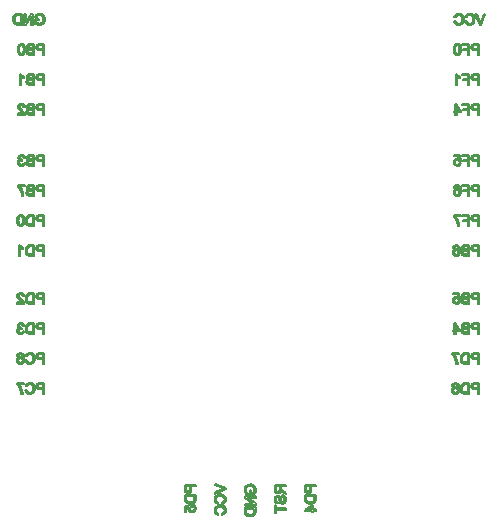
<source format=gbo>
%FSLAX33Y33*%
%MOMM*%
%ADD10C,0.2032*%
D10*
%LNbottom silkscreen_traces*%
%LNtext*%
G01*
X4862Y13832D02*
X4862Y13832D01*
X4862Y13832*
X4629Y13832*
X4540Y13837*
X4466Y13852*
X4407Y13877*
X4362Y13912*
X4330Y13955*
X4307Y14001*
X4293Y14052*
X4289Y14108*
X4290Y14141*
X4296Y14173*
X4304Y14203*
X4316Y14232*
X4331Y14259*
X4348Y14282*
X4367Y14302*
X4389Y14320*
X4413Y14334*
X4439Y14346*
X4469Y14355*
X4501Y14362*
X4527Y14366*
X4559Y14368*
X4597Y14370*
X4639Y14371*
X4982Y14371*
X4982Y13463*
X4862Y13463*
X4862Y13832*
X4862Y13939D02*
X4862Y13939D01*
X4627Y13939*
X4573Y13942*
X4527Y13950*
X4490Y13963*
X4461Y13982*
X4440Y14006*
X4424Y14035*
X4415Y14067*
X4412Y14104*
X4414Y14132*
X4419Y14157*
X4428Y14181*
X4441Y14202*
X4457Y14221*
X4474Y14236*
X4495Y14248*
X4517Y14256*
X4535Y14259*
X4560Y14262*
X4591Y14263*
X4629Y14264*
X4862Y14264*
X4862Y13939*
X3674Y13452D02*
X3674Y13452D01*
X3611Y13466*
X3554Y13491*
X3502Y13525*
X3457Y13568*
X3419Y13620*
X3389Y13681*
X3367Y13750*
X3486Y13780*
X3501Y13727*
X3501Y13727*
X3522Y13680*
X3522Y13680*
X3549Y13640*
X3549Y13640*
X3581Y13607*
X3581Y13607*
X3618Y13582*
X3618Y13582*
X3659Y13564*
X3659Y13564*
X3704Y13553*
X3704Y13553*
X3752Y13549*
X3752Y13549*
X3793Y13552*
X3793Y13552*
X3833Y13560*
X3833Y13560*
X3871Y13573*
X3871Y13573*
X3907Y13592*
X3907Y13592*
X3940Y13616*
X3940Y13616*
X3969Y13646*
X3969Y13646*
X3993Y13681*
X3993Y13681*
X4012Y13721*
X4012Y13721*
X4027Y13766*
X4027Y13766*
X4038Y13815*
X4038Y13815*
X4044Y13868*
X4044Y13868*
X4046Y13924*
X4046Y13924*
X4044Y13969*
X4044Y13969*
X4039Y14013*
X4039Y14013*
X4030Y14056*
X4030Y14056*
X4018Y14099*
X4018Y14099*
X4001Y14139*
X4001Y14139*
X3979Y14175*
X3979Y14175*
X3951Y14207*
X3951Y14207*
X3919Y14234*
X3918Y14234*
X3881Y14256*
X3881Y14256*
X3839Y14272*
X3839Y14272*
X3793Y14281*
X3793Y14281*
X3743Y14284*
X3743Y14284*
X3699Y14281*
X3699Y14281*
X3659Y14273*
X3659Y14273*
X3624Y14259*
X3623Y14259*
X3591Y14239*
X3591Y14239*
X3563Y14213*
X3563Y14213*
X3538Y14180*
X3538Y14180*
X3517Y14140*
X3517Y14140*
X3500Y14094*
X3382Y14122*
X3404Y14181*
X3433Y14233*
X3468Y14279*
X3511Y14317*
X3561Y14347*
X3615Y14369*
X3675Y14382*
X3741Y14386*
X3799Y14383*
X3856Y14372*
X3909Y14355*
X3961Y14331*
X4008Y14301*
X4049Y14264*
X4085Y14220*
X4115Y14171*
X4139Y14116*
X4156Y14056*
X4166Y13992*
X4169Y13923*
X4166Y13859*
X4157Y13797*
X4142Y13738*
X4121Y13680*
X4094Y13627*
X4062Y13580*
X4024Y13540*
X3981Y13507*
X3932Y13481*
X3876Y13462*
X3812Y13451*
X3742Y13447*
X3674Y13452*
X2913Y13449D02*
X2913Y13449D01*
X2875Y13457*
X2840Y13469*
X2806Y13486*
X2776Y13508*
X2749Y13534*
X2725Y13564*
X2705Y13598*
X2689Y13636*
X2677Y13675*
X2671Y13715*
X2668Y13757*
X2673Y13819*
X2688Y13875*
X2712Y13925*
X2747Y13969*
X2788Y14005*
X2833Y14031*
X2883Y14046*
X2936Y14051*
X2968Y14049*
X2999Y14044*
X3029Y14035*
X3058Y14022*
X3086Y14005*
X3112Y13984*
X3135Y13959*
X3157Y13930*
X3158Y13930*
X3155Y13995*
X3155Y13995*
X3149Y14052*
X3149Y14052*
X3139Y14100*
X3139Y14100*
X3126Y14141*
X3126Y14141*
X3109Y14176*
X3109Y14176*
X3090Y14206*
X3090Y14206*
X3068Y14232*
X3068Y14232*
X3043Y14254*
X3043Y14254*
X3022Y14267*
X3022Y14267*
X2999Y14276*
X2999Y14276*
X2975Y14282*
X2975Y14282*
X2949Y14284*
X2949Y14284*
X2917Y14281*
X2917Y14281*
X2887Y14272*
X2887Y14272*
X2861Y14257*
X2861Y14257*
X2837Y14236*
X2837Y14236*
X2824Y14218*
X2824Y14218*
X2812Y14197*
X2812Y14197*
X2803Y14171*
X2803Y14171*
X2794Y14140*
X2684Y14149*
X2695Y14198*
X2712Y14243*
X2736Y14281*
X2766Y14314*
X2803Y14341*
X2844Y14359*
X2891Y14371*
X2942Y14374*
X3010Y14368*
X3071Y14348*
X3124Y14316*
X3170Y14270*
X3213Y14202*
X3243Y14115*
X3261Y14010*
X3267Y13887*
X3262Y13778*
X3245Y13685*
X3218Y13609*
X3180Y13549*
X3132Y13505*
X3079Y13473*
X3019Y13453*
X2952Y13447*
X2913Y13449*
X3140Y13757D02*
X3140Y13757D01*
X3138Y13728*
X3134Y13700*
X3126Y13673*
X3115Y13646*
X3102Y13621*
X3086Y13600*
X3067Y13581*
X3047Y13566*
X3024Y13554*
X3001Y13545*
X2978Y13540*
X2954Y13538*
X2920Y13542*
X2888Y13553*
X2859Y13570*
X2833Y13595*
X2810Y13626*
X2795Y13663*
X2785Y13704*
X2782Y13750*
X2785Y13795*
X2794Y13835*
X2810Y13869*
X2832Y13899*
X2859Y13923*
X2889Y13940*
X2922Y13950*
X2959Y13953*
X2995Y13950*
X3028Y13940*
X3059Y13923*
X3087Y13899*
X3110Y13870*
X3126Y13836*
X3136Y13798*
X3140Y13757*
X4862Y30596D02*
X4862Y30596D01*
X4862Y30596*
X4629Y30596*
X4540Y30601*
X4466Y30616*
X4407Y30641*
X4362Y30676*
X4330Y30719*
X4307Y30765*
X4293Y30816*
X4289Y30872*
X4290Y30905*
X4296Y30937*
X4304Y30967*
X4316Y30996*
X4331Y31023*
X4348Y31046*
X4367Y31066*
X4389Y31084*
X4413Y31098*
X4439Y31110*
X4469Y31119*
X4501Y31126*
X4527Y31130*
X4559Y31132*
X4597Y31134*
X4639Y31135*
X4982Y31135*
X4982Y30227*
X4862Y30227*
X4862Y30596*
X4862Y30703D02*
X4862Y30703D01*
X4627Y30703*
X4573Y30706*
X4527Y30714*
X4490Y30727*
X4461Y30746*
X4440Y30770*
X4424Y30799*
X4415Y30831*
X4412Y30868*
X4414Y30896*
X4419Y30921*
X4428Y30945*
X4441Y30966*
X4457Y30985*
X4474Y31000*
X4495Y31012*
X4517Y31020*
X4535Y31023*
X4560Y31026*
X4591Y31027*
X4629Y31028*
X4862Y31028*
X4862Y30703*
X3752Y30227D02*
X3752Y30227D01*
X3713Y30230*
X3678Y30235*
X3647Y30242*
X3618Y30250*
X3592Y30260*
X3568Y30273*
X3547Y30287*
X3528Y30303*
X3511Y30323*
X3495Y30345*
X3481Y30371*
X3469Y30399*
X3461Y30428*
X3456Y30458*
X3454Y30490*
X3457Y30528*
X3465Y30563*
X3479Y30597*
X3498Y30627*
X3523Y30654*
X3552Y30677*
X3586Y30695*
X3625Y30709*
X3625Y30710*
X3595Y30727*
X3569Y30747*
X3547Y30769*
X3529Y30793*
X3516Y30819*
X3506Y30846*
X3500Y30874*
X3498Y30903*
X3500Y30933*
X3507Y30964*
X3518Y30993*
X3534Y31022*
X3553Y31049*
X3576Y31072*
X3602Y31091*
X3632Y31107*
X3666Y31119*
X3705Y31128*
X3749Y31133*
X3799Y31135*
X4139Y31135*
X4139Y30227*
X3793Y30227*
X3752Y30227*
X4020Y30753D02*
X4020Y30753D01*
X3823Y30753*
X3786Y30754*
X3754Y30756*
X3728Y30759*
X3708Y30764*
X3687Y30772*
X3668Y30782*
X3652Y30794*
X3639Y30809*
X3629Y30826*
X3622Y30845*
X3617Y30865*
X3616Y30888*
X3617Y30910*
X3621Y30931*
X3628Y30950*
X3638Y30968*
X3650Y30984*
X3664Y30997*
X3681Y31007*
X3700Y31015*
X3723Y31021*
X3754Y31025*
X3793Y31027*
X3838Y31028*
X4020Y31028*
X4020Y30753*
X4020Y30333D02*
X4020Y30333D01*
X3793Y30333*
X3766Y30334*
X3744Y30334*
X3725Y30336*
X3711Y30338*
X3691Y30342*
X3673Y30348*
X3657Y30354*
X3642Y30362*
X3629Y30372*
X3617Y30384*
X3606Y30397*
X3596Y30413*
X3588Y30430*
X3583Y30449*
X3579Y30468*
X3578Y30490*
X3580Y30514*
X3585Y30537*
X3593Y30558*
X3604Y30578*
X3618Y30595*
X3635Y30610*
X3655Y30622*
X3676Y30631*
X3702Y30637*
X3733Y30642*
X3768Y30645*
X3809Y30646*
X4020Y30646*
X4020Y30333*
X2980Y30216D02*
X2980Y30216D01*
X2922Y30231*
X2871Y30257*
X2824Y30293*
X2786Y30337*
X2759Y30385*
X2743Y30437*
X2738Y30495*
X2740Y30537*
X2749Y30575*
X2763Y30610*
X2782Y30641*
X2807Y30668*
X2836Y30689*
X2869Y30706*
X2908Y30718*
X2908Y30719*
X2878Y30734*
X2853Y30752*
X2832Y30773*
X2814Y30796*
X2800Y30820*
X2790Y30846*
X2784Y30874*
X2782Y30903*
X2784Y30933*
X2791Y30963*
X2801Y30992*
X2815Y31019*
X2834Y31046*
X2856Y31069*
X2882Y31089*
X2911Y31106*
X2943Y31120*
X2976Y31130*
X3011Y31136*
X3048Y31138*
X3099Y31134*
X3147Y31123*
X3190Y31104*
X3228Y31077*
X3261Y31043*
X3287Y31003*
X3307Y30956*
X3321Y30904*
X3210Y30884*
X3202Y30922*
X3202Y30922*
X3190Y30955*
X3190Y30955*
X3174Y30983*
X3174Y30983*
X3154Y31006*
X3154Y31006*
X3131Y31024*
X3131Y31024*
X3105Y31037*
X3105Y31037*
X3077Y31045*
X3077Y31045*
X3045Y31048*
X3045Y31048*
X3014Y31045*
X3014Y31045*
X2986Y31037*
X2985Y31037*
X2960Y31025*
X2960Y31025*
X2938Y31007*
X2938Y31007*
X2919Y30986*
X2919Y30986*
X2906Y30961*
X2906Y30961*
X2899Y30935*
X2899Y30934*
X2896Y30905*
X2896Y30905*
X2900Y30869*
X2900Y30869*
X2910Y30837*
X2910Y30837*
X2928Y30811*
X2928Y30811*
X2953Y30790*
X2953Y30790*
X2983Y30774*
X2983Y30774*
X3014Y30762*
X3014Y30762*
X3047Y30755*
X3047Y30755*
X3082Y30753*
X3082Y30753*
X3086Y30753*
X3086Y30753*
X3090Y30753*
X3090Y30753*
X3095Y30753*
X3095Y30753*
X3099Y30754*
X3112Y30657*
X3090Y30662*
X3090Y30662*
X3069Y30666*
X3069Y30666*
X3050Y30668*
X3050Y30668*
X3034Y30669*
X3034Y30669*
X2996Y30666*
X2996Y30666*
X2963Y30657*
X2963Y30657*
X2932Y30641*
X2932Y30641*
X2905Y30619*
X2905Y30619*
X2883Y30593*
X2883Y30592*
X2868Y30562*
X2868Y30562*
X2858Y30529*
X2858Y30529*
X2855Y30492*
X2855Y30492*
X2858Y30453*
X2858Y30453*
X2869Y30418*
X2869Y30418*
X2886Y30385*
X2886Y30385*
X2909Y30357*
X2910Y30356*
X2938Y30333*
X2938Y30333*
X2970Y30315*
X2970Y30315*
X3005Y30305*
X3005Y30305*
X3043Y30302*
X3043Y30302*
X3075Y30304*
X3075Y30304*
X3104Y30312*
X3104Y30312*
X3131Y30325*
X3131Y30325*
X3156Y30344*
X3156Y30344*
X3177Y30368*
X3177Y30368*
X3195Y30399*
X3195Y30399*
X3210Y30437*
X3210Y30437*
X3221Y30480*
X3332Y30466*
X3322Y30412*
X3304Y30363*
X3277Y30320*
X3242Y30282*
X3200Y30250*
X3153Y30228*
X3101Y30215*
X3043Y30210*
X2980Y30216*
X41692Y16372D02*
X41692Y16372D01*
X41692Y16372*
X41459Y16372*
X41370Y16377*
X41296Y16392*
X41237Y16417*
X41192Y16452*
X41160Y16495*
X41137Y16541*
X41123Y16592*
X41119Y16648*
X41120Y16681*
X41126Y16713*
X41134Y16743*
X41146Y16772*
X41161Y16799*
X41178Y16822*
X41197Y16842*
X41219Y16860*
X41243Y16874*
X41269Y16886*
X41299Y16895*
X41331Y16902*
X41357Y16906*
X41389Y16908*
X41427Y16910*
X41469Y16911*
X41812Y16911*
X41812Y16003*
X41692Y16003*
X41692Y16372*
X41692Y16479D02*
X41692Y16479D01*
X41457Y16479*
X41403Y16482*
X41357Y16490*
X41320Y16503*
X41291Y16522*
X41270Y16546*
X41254Y16575*
X41245Y16607*
X41242Y16644*
X41244Y16672*
X41249Y16697*
X41258Y16721*
X41271Y16742*
X41287Y16761*
X41304Y16776*
X41325Y16788*
X41347Y16796*
X41365Y16799*
X41390Y16802*
X41421Y16803*
X41459Y16804*
X41692Y16804*
X41692Y16479*
X40582Y16003D02*
X40582Y16003D01*
X40543Y16006*
X40508Y16011*
X40477Y16018*
X40448Y16026*
X40422Y16036*
X40398Y16049*
X40377Y16063*
X40358Y16079*
X40341Y16099*
X40325Y16121*
X40311Y16147*
X40299Y16175*
X40291Y16204*
X40286Y16234*
X40284Y16266*
X40287Y16304*
X40295Y16339*
X40309Y16373*
X40328Y16403*
X40353Y16430*
X40382Y16453*
X40416Y16471*
X40455Y16485*
X40455Y16486*
X40425Y16503*
X40399Y16523*
X40377Y16545*
X40359Y16569*
X40346Y16595*
X40336Y16622*
X40330Y16650*
X40328Y16679*
X40330Y16709*
X40337Y16740*
X40348Y16769*
X40364Y16798*
X40383Y16825*
X40406Y16848*
X40432Y16867*
X40462Y16883*
X40496Y16895*
X40535Y16904*
X40579Y16909*
X40629Y16911*
X40969Y16911*
X40969Y16003*
X40623Y16003*
X40582Y16003*
X40850Y16529D02*
X40850Y16529D01*
X40653Y16529*
X40616Y16530*
X40584Y16532*
X40558Y16535*
X40538Y16540*
X40517Y16548*
X40498Y16558*
X40482Y16570*
X40469Y16585*
X40459Y16602*
X40452Y16621*
X40447Y16641*
X40446Y16664*
X40447Y16686*
X40451Y16707*
X40458Y16726*
X40468Y16744*
X40480Y16760*
X40494Y16773*
X40511Y16783*
X40530Y16791*
X40553Y16797*
X40584Y16801*
X40623Y16803*
X40668Y16804*
X40850Y16804*
X40850Y16529*
X40850Y16109D02*
X40850Y16109D01*
X40623Y16109*
X40596Y16110*
X40574Y16110*
X40555Y16112*
X40541Y16114*
X40521Y16118*
X40503Y16124*
X40487Y16130*
X40472Y16138*
X40459Y16148*
X40447Y16160*
X40436Y16173*
X40426Y16189*
X40418Y16206*
X40413Y16225*
X40409Y16244*
X40408Y16266*
X40410Y16290*
X40415Y16313*
X40423Y16334*
X40434Y16354*
X40448Y16371*
X40465Y16386*
X40485Y16398*
X40506Y16407*
X40532Y16413*
X40563Y16418*
X40598Y16421*
X40639Y16422*
X40850Y16422*
X40850Y16109*
X39694Y16220D02*
X39694Y16220D01*
X39694Y16220*
X39571Y16220*
X39571Y16321*
X39694Y16321*
X39694Y16322*
X39694Y16911*
X39785Y16911*
X40199Y16322*
X40199Y16220*
X39805Y16220*
X39805Y16220*
X39805Y16003*
X39694Y16003*
X39694Y16220*
X39806Y16730D02*
X39806Y16730D01*
X40089Y16322*
X39806Y16322*
X39806Y16730*
X41692Y18912D02*
X41692Y18912D01*
X41692Y18912*
X41459Y18912*
X41370Y18917*
X41296Y18932*
X41237Y18957*
X41192Y18992*
X41160Y19035*
X41137Y19081*
X41123Y19132*
X41119Y19188*
X41120Y19221*
X41126Y19253*
X41134Y19283*
X41146Y19312*
X41161Y19339*
X41178Y19362*
X41197Y19382*
X41219Y19400*
X41243Y19414*
X41269Y19426*
X41299Y19435*
X41331Y19442*
X41357Y19446*
X41389Y19448*
X41427Y19450*
X41469Y19451*
X41812Y19451*
X41812Y18543*
X41692Y18543*
X41692Y18912*
X41692Y19019D02*
X41692Y19019D01*
X41457Y19019*
X41403Y19022*
X41357Y19030*
X41320Y19043*
X41291Y19062*
X41270Y19086*
X41254Y19115*
X41245Y19147*
X41242Y19184*
X41244Y19212*
X41249Y19237*
X41258Y19261*
X41271Y19282*
X41287Y19301*
X41304Y19316*
X41325Y19328*
X41347Y19336*
X41365Y19339*
X41390Y19342*
X41421Y19343*
X41459Y19344*
X41692Y19344*
X41692Y19019*
X40582Y18543D02*
X40582Y18543D01*
X40543Y18546*
X40508Y18551*
X40477Y18558*
X40448Y18566*
X40422Y18576*
X40398Y18589*
X40377Y18603*
X40358Y18619*
X40341Y18639*
X40325Y18661*
X40311Y18687*
X40299Y18715*
X40291Y18744*
X40286Y18774*
X40284Y18806*
X40287Y18844*
X40295Y18879*
X40309Y18913*
X40328Y18943*
X40353Y18970*
X40382Y18993*
X40416Y19011*
X40455Y19025*
X40455Y19026*
X40425Y19043*
X40399Y19063*
X40377Y19085*
X40359Y19109*
X40346Y19135*
X40336Y19162*
X40330Y19190*
X40328Y19219*
X40330Y19249*
X40337Y19280*
X40348Y19309*
X40364Y19338*
X40383Y19365*
X40406Y19388*
X40432Y19407*
X40462Y19423*
X40496Y19435*
X40535Y19444*
X40579Y19449*
X40629Y19451*
X40969Y19451*
X40969Y18543*
X40623Y18543*
X40582Y18543*
X40850Y19069D02*
X40850Y19069D01*
X40653Y19069*
X40616Y19070*
X40584Y19072*
X40558Y19075*
X40538Y19080*
X40517Y19088*
X40498Y19098*
X40482Y19110*
X40469Y19125*
X40459Y19142*
X40452Y19161*
X40447Y19181*
X40446Y19204*
X40447Y19226*
X40451Y19247*
X40458Y19266*
X40468Y19284*
X40480Y19300*
X40494Y19313*
X40511Y19323*
X40530Y19331*
X40553Y19337*
X40584Y19341*
X40623Y19343*
X40668Y19344*
X40850Y19344*
X40850Y19069*
X40850Y18649D02*
X40850Y18649D01*
X40623Y18649*
X40596Y18650*
X40574Y18650*
X40555Y18652*
X40541Y18654*
X40521Y18658*
X40503Y18664*
X40487Y18670*
X40472Y18678*
X40459Y18688*
X40447Y18700*
X40436Y18713*
X40426Y18729*
X40418Y18746*
X40413Y18765*
X40409Y18784*
X40408Y18806*
X40410Y18830*
X40415Y18853*
X40423Y18874*
X40434Y18894*
X40448Y18911*
X40465Y18926*
X40485Y18938*
X40506Y18947*
X40532Y18953*
X40563Y18958*
X40598Y18961*
X40639Y18962*
X40850Y18962*
X40850Y18649*
X39799Y18534D02*
X39799Y18534D01*
X39736Y18555*
X39680Y18589*
X39633Y18637*
X39601Y18684*
X39579Y18735*
X39565Y18791*
X39561Y18850*
X39566Y18912*
X39581Y18968*
X39607Y19018*
X39643Y19062*
X39686Y19098*
X39734Y19124*
X39786Y19139*
X39843Y19144*
X39887Y19141*
X39931Y19130*
X39973Y19112*
X40015Y19087*
X40015Y19087*
X39966Y19332*
X39966Y19333*
X39604Y19333*
X39604Y19438*
X40055Y19438*
X40143Y18972*
X40039Y18959*
X40025Y18977*
X40025Y18977*
X40009Y18994*
X40009Y18994*
X39991Y19009*
X39991Y19009*
X39970Y19022*
X39970Y19022*
X39948Y19033*
X39948Y19033*
X39924Y19041*
X39924Y19041*
X39899Y19045*
X39899Y19045*
X39873Y19047*
X39873Y19047*
X39831Y19043*
X39831Y19043*
X39794Y19033*
X39794Y19033*
X39761Y19016*
X39761Y19016*
X39732Y18991*
X39732Y18991*
X39709Y18961*
X39709Y18961*
X39692Y18926*
X39692Y18926*
X39682Y18886*
X39682Y18886*
X39678Y18840*
X39678Y18840*
X39682Y18792*
X39682Y18792*
X39692Y18750*
X39692Y18750*
X39710Y18712*
X39710Y18712*
X39734Y18679*
X39734Y18679*
X39764Y18652*
X39764Y18652*
X39796Y18633*
X39796Y18633*
X39832Y18622*
X39832Y18622*
X39871Y18618*
X39871Y18618*
X39903Y18620*
X39903Y18620*
X39933Y18629*
X39933Y18629*
X39961Y18642*
X39961Y18642*
X39986Y18661*
X39986Y18661*
X40007Y18685*
X40007Y18685*
X40025Y18715*
X40025Y18715*
X40038Y18750*
X40038Y18750*
X40046Y18790*
X40162Y18780*
X40153Y18726*
X40135Y18677*
X40108Y18634*
X40073Y18596*
X40031Y18566*
X39983Y18544*
X39930Y18531*
X39871Y18527*
X39799Y18534*
X41692Y37454D02*
X41692Y37454D01*
X41692Y37454*
X41459Y37454*
X41370Y37459*
X41296Y37474*
X41237Y37499*
X41192Y37534*
X41160Y37577*
X41137Y37623*
X41123Y37674*
X41119Y37730*
X41120Y37763*
X41126Y37795*
X41134Y37825*
X41146Y37854*
X41161Y37881*
X41178Y37904*
X41197Y37924*
X41219Y37942*
X41243Y37956*
X41269Y37968*
X41299Y37977*
X41331Y37984*
X41357Y37988*
X41389Y37990*
X41427Y37992*
X41469Y37993*
X41812Y37993*
X41812Y37085*
X41692Y37085*
X41692Y37454*
X41692Y37561D02*
X41692Y37561D01*
X41457Y37561*
X41403Y37564*
X41357Y37572*
X41320Y37585*
X41291Y37604*
X41270Y37628*
X41254Y37657*
X41245Y37689*
X41242Y37726*
X41244Y37754*
X41249Y37779*
X41258Y37803*
X41271Y37824*
X41287Y37843*
X41304Y37858*
X41325Y37870*
X41347Y37878*
X41365Y37881*
X41390Y37884*
X41421Y37885*
X41459Y37886*
X41692Y37886*
X41692Y37561*
X40839Y37497D02*
X40839Y37497D01*
X40839Y37498*
X40412Y37498*
X40412Y37604*
X40839Y37604*
X40839Y37604*
X40839Y37886*
X40839Y37886*
X40346Y37886*
X40346Y37993*
X40958Y37993*
X40958Y37085*
X40839Y37085*
X40839Y37497*
X39815Y37996D02*
X39815Y37996D01*
X39886Y37996*
X39903Y37967*
X39903Y37967*
X39925Y37937*
X39925Y37937*
X39952Y37906*
X39952Y37906*
X39985Y37875*
X39985Y37875*
X40021Y37845*
X40021Y37845*
X40061Y37817*
X40061Y37817*
X40103Y37791*
X40103Y37791*
X40148Y37768*
X40148Y37661*
X40122Y37672*
X40094Y37685*
X40063Y37701*
X40032Y37719*
X40001Y37738*
X39973Y37757*
X39948Y37776*
X39926Y37796*
X39925Y37796*
X39925Y37085*
X39815Y37085*
X39815Y37996*
X4862Y34914D02*
X4862Y34914D01*
X4862Y34914*
X4629Y34914*
X4540Y34919*
X4466Y34934*
X4407Y34959*
X4362Y34994*
X4330Y35037*
X4307Y35083*
X4293Y35134*
X4289Y35190*
X4290Y35223*
X4296Y35255*
X4304Y35285*
X4316Y35314*
X4331Y35341*
X4348Y35364*
X4367Y35384*
X4389Y35402*
X4413Y35416*
X4439Y35428*
X4469Y35437*
X4501Y35444*
X4527Y35448*
X4559Y35450*
X4597Y35452*
X4639Y35453*
X4982Y35453*
X4982Y34545*
X4862Y34545*
X4862Y34914*
X4862Y35021D02*
X4862Y35021D01*
X4627Y35021*
X4573Y35024*
X4527Y35032*
X4490Y35045*
X4461Y35064*
X4440Y35088*
X4424Y35117*
X4415Y35149*
X4412Y35186*
X4414Y35214*
X4419Y35239*
X4428Y35263*
X4441Y35284*
X4457Y35303*
X4474Y35318*
X4495Y35330*
X4517Y35338*
X4535Y35341*
X4560Y35344*
X4591Y35345*
X4629Y35346*
X4862Y35346*
X4862Y35021*
X3752Y34545D02*
X3752Y34545D01*
X3713Y34548*
X3678Y34553*
X3647Y34560*
X3618Y34568*
X3592Y34578*
X3568Y34591*
X3547Y34605*
X3528Y34621*
X3511Y34641*
X3495Y34663*
X3481Y34689*
X3469Y34717*
X3461Y34746*
X3456Y34776*
X3454Y34808*
X3457Y34846*
X3465Y34881*
X3479Y34915*
X3498Y34945*
X3523Y34972*
X3552Y34995*
X3586Y35013*
X3625Y35027*
X3625Y35028*
X3595Y35045*
X3569Y35065*
X3547Y35087*
X3529Y35111*
X3516Y35137*
X3506Y35164*
X3500Y35192*
X3498Y35221*
X3500Y35251*
X3507Y35282*
X3518Y35311*
X3534Y35340*
X3553Y35367*
X3576Y35390*
X3602Y35409*
X3632Y35425*
X3666Y35437*
X3705Y35446*
X3749Y35451*
X3799Y35453*
X4139Y35453*
X4139Y34545*
X3793Y34545*
X3752Y34545*
X4020Y35071D02*
X4020Y35071D01*
X3823Y35071*
X3786Y35072*
X3754Y35074*
X3728Y35077*
X3708Y35082*
X3687Y35090*
X3668Y35100*
X3652Y35112*
X3639Y35127*
X3629Y35144*
X3622Y35163*
X3617Y35183*
X3616Y35206*
X3617Y35228*
X3621Y35249*
X3628Y35268*
X3638Y35286*
X3650Y35302*
X3664Y35315*
X3681Y35325*
X3700Y35333*
X3723Y35339*
X3754Y35343*
X3793Y35345*
X3838Y35346*
X4020Y35346*
X4020Y35071*
X4020Y34651D02*
X4020Y34651D01*
X3793Y34651*
X3766Y34652*
X3744Y34652*
X3725Y34654*
X3711Y34656*
X3691Y34660*
X3673Y34666*
X3657Y34672*
X3642Y34680*
X3629Y34690*
X3617Y34702*
X3606Y34715*
X3596Y34731*
X3588Y34748*
X3583Y34767*
X3579Y34786*
X3578Y34808*
X3580Y34832*
X3585Y34855*
X3593Y34876*
X3604Y34896*
X3618Y34913*
X3635Y34928*
X3655Y34940*
X3676Y34949*
X3702Y34955*
X3733Y34960*
X3768Y34963*
X3809Y34964*
X4020Y34964*
X4020Y34651*
X2747Y34651D02*
X2747Y34651D01*
X3193Y34651*
X3193Y34651*
X3183Y34667*
X3183Y34667*
X3172Y34682*
X3172Y34682*
X3159Y34697*
X3159Y34697*
X3146Y34712*
X3146Y34712*
X3127Y34731*
X3127Y34731*
X3099Y34756*
X3099Y34756*
X3062Y34788*
X3062Y34788*
X3017Y34827*
X2961Y34875*
X2913Y34917*
X2875Y34955*
X2845Y34986*
X2820Y35015*
X2800Y35043*
X2783Y35071*
X2770Y35097*
X2761Y35124*
X2754Y35150*
X2750Y35177*
X2748Y35204*
X2753Y35256*
X2767Y35303*
X2791Y35346*
X2824Y35384*
X2866Y35416*
X2914Y35438*
X2969Y35452*
X3031Y35456*
X3093Y35452*
X3147Y35440*
X3196Y35419*
X3237Y35389*
X3272Y35352*
X3298Y35307*
X3316Y35254*
X3326Y35194*
X3212Y35183*
X3209Y35223*
X3209Y35223*
X3199Y35259*
X3199Y35259*
X3184Y35290*
X3184Y35290*
X3163Y35316*
X3163Y35316*
X3137Y35338*
X3137Y35338*
X3106Y35353*
X3106Y35353*
X3072Y35362*
X3072Y35362*
X3034Y35365*
X3034Y35365*
X2997Y35362*
X2997Y35362*
X2964Y35354*
X2964Y35353*
X2935Y35339*
X2935Y35339*
X2910Y35319*
X2909Y35319*
X2889Y35295*
X2889Y35295*
X2874Y35268*
X2874Y35268*
X2865Y35239*
X2865Y35239*
X2862Y35207*
X2862Y35207*
X2865Y35175*
X2865Y35175*
X2875Y35142*
X2875Y35142*
X2891Y35107*
X2891Y35107*
X2914Y35072*
X2914Y35072*
X2946Y35034*
X2946Y35034*
X2990Y34989*
X2990Y34989*
X3046Y34937*
X3046Y34937*
X3114Y34880*
X3114Y34880*
X3159Y34842*
X3199Y34806*
X3232Y34773*
X3260Y34742*
X3284Y34712*
X3304Y34682*
X3321Y34652*
X3334Y34621*
X3340Y34603*
X3344Y34583*
X3346Y34564*
X3347Y34545*
X2747Y34545*
X2747Y34651*
X41692Y28056D02*
X41692Y28056D01*
X41692Y28056*
X41459Y28056*
X41370Y28061*
X41296Y28076*
X41237Y28101*
X41192Y28136*
X41160Y28179*
X41137Y28225*
X41123Y28276*
X41119Y28332*
X41120Y28365*
X41126Y28397*
X41134Y28427*
X41146Y28456*
X41161Y28483*
X41178Y28506*
X41197Y28526*
X41219Y28544*
X41243Y28558*
X41269Y28570*
X41299Y28579*
X41331Y28586*
X41357Y28590*
X41389Y28592*
X41427Y28594*
X41469Y28595*
X41812Y28595*
X41812Y27687*
X41692Y27687*
X41692Y28056*
X41692Y28163D02*
X41692Y28163D01*
X41457Y28163*
X41403Y28166*
X41357Y28174*
X41320Y28187*
X41291Y28206*
X41270Y28230*
X41254Y28259*
X41245Y28291*
X41242Y28328*
X41244Y28356*
X41249Y28381*
X41258Y28405*
X41271Y28426*
X41287Y28445*
X41304Y28460*
X41325Y28472*
X41347Y28480*
X41365Y28483*
X41390Y28486*
X41421Y28487*
X41459Y28488*
X41692Y28488*
X41692Y28163*
X40839Y28099D02*
X40839Y28099D01*
X40839Y28100*
X40412Y28100*
X40412Y28206*
X40839Y28206*
X40839Y28206*
X40839Y28488*
X40839Y28488*
X40346Y28488*
X40346Y28595*
X40958Y28595*
X40958Y27687*
X40839Y27687*
X40839Y28099*
X39884Y27673D02*
X39884Y27673D01*
X39846Y27681*
X39811Y27693*
X39778Y27710*
X39747Y27732*
X39720Y27758*
X39697Y27788*
X39676Y27822*
X39660Y27860*
X39649Y27899*
X39642Y27939*
X39640Y27981*
X39645Y28043*
X39659Y28099*
X39684Y28149*
X39718Y28193*
X39759Y28229*
X39805Y28255*
X39854Y28270*
X39908Y28275*
X39939Y28273*
X39970Y28268*
X40000Y28259*
X40030Y28246*
X40058Y28229*
X40083Y28208*
X40107Y28183*
X40128Y28154*
X40129Y28154*
X40126Y28219*
X40126Y28219*
X40120Y28276*
X40120Y28276*
X40111Y28324*
X40111Y28324*
X40097Y28365*
X40097Y28365*
X40081Y28400*
X40081Y28400*
X40061Y28430*
X40061Y28430*
X40039Y28456*
X40039Y28456*
X40014Y28478*
X40014Y28478*
X39993Y28491*
X39993Y28491*
X39970Y28500*
X39970Y28500*
X39946Y28506*
X39946Y28506*
X39920Y28508*
X39920Y28508*
X39888Y28505*
X39888Y28505*
X39859Y28496*
X39859Y28496*
X39832Y28481*
X39832Y28481*
X39808Y28460*
X39808Y28460*
X39795Y28442*
X39795Y28442*
X39784Y28421*
X39784Y28421*
X39774Y28395*
X39774Y28395*
X39766Y28364*
X39656Y28373*
X39666Y28422*
X39683Y28467*
X39707Y28505*
X39738Y28538*
X39774Y28565*
X39816Y28583*
X39862Y28595*
X39913Y28598*
X39981Y28592*
X40042Y28572*
X40096Y28540*
X40142Y28494*
X40184Y28426*
X40215Y28339*
X40233Y28234*
X40239Y28111*
X40233Y28002*
X40217Y27909*
X40189Y27833*
X40151Y27773*
X40104Y27729*
X40050Y27697*
X39990Y27677*
X39924Y27671*
X39884Y27673*
X40111Y27981D02*
X40111Y27981D01*
X40110Y27952*
X40105Y27924*
X40097Y27897*
X40087Y27870*
X40073Y27845*
X40057Y27824*
X40039Y27805*
X40018Y27790*
X39996Y27778*
X39973Y27769*
X39950Y27764*
X39926Y27762*
X39892Y27766*
X39860Y27777*
X39831Y27794*
X39804Y27819*
X39782Y27850*
X39766Y27887*
X39756Y27928*
X39753Y27974*
X39756Y28019*
X39766Y28059*
X39781Y28093*
X39803Y28123*
X39830Y28147*
X39860Y28164*
X39893Y28174*
X39930Y28177*
X39966Y28174*
X40000Y28164*
X40031Y28147*
X40058Y28123*
X40081Y28094*
X40098Y28060*
X40108Y28022*
X40111Y27981*
X41692Y39994D02*
X41692Y39994D01*
X41692Y39994*
X41459Y39994*
X41370Y39999*
X41296Y40014*
X41237Y40039*
X41192Y40074*
X41160Y40117*
X41137Y40163*
X41123Y40214*
X41119Y40270*
X41120Y40303*
X41126Y40335*
X41134Y40365*
X41146Y40394*
X41161Y40421*
X41178Y40444*
X41197Y40464*
X41219Y40482*
X41243Y40496*
X41269Y40508*
X41299Y40517*
X41331Y40524*
X41357Y40528*
X41389Y40530*
X41427Y40532*
X41469Y40533*
X41812Y40533*
X41812Y39625*
X41692Y39625*
X41692Y39994*
X41692Y40101D02*
X41692Y40101D01*
X41457Y40101*
X41403Y40104*
X41357Y40112*
X41320Y40125*
X41291Y40144*
X41270Y40168*
X41254Y40197*
X41245Y40229*
X41242Y40266*
X41244Y40294*
X41249Y40319*
X41258Y40343*
X41271Y40364*
X41287Y40383*
X41304Y40398*
X41325Y40410*
X41347Y40418*
X41365Y40421*
X41390Y40424*
X41421Y40425*
X41459Y40426*
X41692Y40426*
X41692Y40101*
X40839Y40037D02*
X40839Y40037D01*
X40839Y40038*
X40412Y40038*
X40412Y40144*
X40839Y40144*
X40839Y40144*
X40839Y40426*
X40839Y40426*
X40346Y40426*
X40346Y40533*
X40958Y40533*
X40958Y39625*
X40839Y39625*
X40839Y40037*
X39890Y39612D02*
X39890Y39612D01*
X39847Y39622*
X39808Y39639*
X39773Y39663*
X39742Y39692*
X39716Y39727*
X39693Y39768*
X39675Y39814*
X39661Y39867*
X39650Y39928*
X39644Y39996*
X39642Y40072*
X39643Y40136*
X39647Y40194*
X39654Y40244*
X39663Y40287*
X39674Y40325*
X39687Y40361*
X39702Y40393*
X39719Y40422*
X39738Y40448*
X39760Y40471*
X39784Y40491*
X39810Y40507*
X39839Y40520*
X39869Y40529*
X39903Y40534*
X39938Y40536*
X39985Y40533*
X40029Y40523*
X40068Y40506*
X40102Y40483*
X40133Y40454*
X40160Y40419*
X40182Y40378*
X40201Y40332*
X40215Y40279*
X40226Y40218*
X40232Y40149*
X40234Y40072*
X40228Y39953*
X40211Y39852*
X40183Y39769*
X40144Y39703*
X40103Y39662*
X40055Y39633*
X40000Y39615*
X39938Y39609*
X39890Y39612*
X40120Y40072D02*
X40120Y40072D01*
X40116Y39970*
X40107Y39886*
X40090Y39821*
X40067Y39774*
X40040Y39742*
X40009Y39719*
X39975Y39705*
X39938Y39700*
X39901Y39705*
X39867Y39719*
X39836Y39742*
X39809Y39775*
X39786Y39821*
X39769Y39886*
X39760Y39970*
X39756Y40072*
X39760Y40175*
X39769Y40259*
X39786Y40324*
X39809Y40371*
X39837Y40403*
X39868Y40426*
X39902Y40440*
X39939Y40444*
X39976Y40440*
X40008Y40428*
X40037Y40408*
X40062Y40379*
X40087Y40329*
X40105Y40261*
X40116Y40175*
X40120Y40072*
X27570Y3084D02*
X27570Y3084D01*
X27570Y3084*
X27570Y2851*
X27565Y2762*
X27550Y2688*
X27525Y2629*
X27490Y2584*
X27447Y2552*
X27401Y2529*
X27350Y2515*
X27294Y2511*
X27261Y2512*
X27229Y2518*
X27199Y2526*
X27170Y2538*
X27143Y2553*
X27120Y2570*
X27100Y2589*
X27082Y2611*
X27068Y2635*
X27056Y2661*
X27047Y2691*
X27040Y2723*
X27036Y2749*
X27034Y2781*
X27032Y2819*
X27031Y2861*
X27031Y3204*
X27939Y3204*
X27939Y3084*
X27570Y3084*
X27463Y3084D02*
X27463Y3084D01*
X27463Y2849*
X27460Y2795*
X27452Y2749*
X27439Y2712*
X27420Y2683*
X27396Y2662*
X27367Y2646*
X27335Y2637*
X27298Y2634*
X27270Y2636*
X27245Y2641*
X27221Y2650*
X27200Y2663*
X27181Y2679*
X27166Y2696*
X27154Y2717*
X27146Y2739*
X27143Y2757*
X27140Y2782*
X27139Y2813*
X27138Y2851*
X27138Y3084*
X27463Y3084*
X27939Y1989D02*
X27939Y1989D01*
X27936Y1951*
X27931Y1916*
X27924Y1883*
X27915Y1852*
X27905Y1824*
X27893Y1798*
X27878Y1775*
X27862Y1753*
X27843Y1732*
X27821Y1711*
X27796Y1692*
X27768Y1674*
X27737Y1658*
X27702Y1643*
X27664Y1630*
X27622Y1619*
X27578Y1612*
X27531Y1607*
X27480Y1606*
X27421Y1608*
X27366Y1615*
X27313Y1626*
X27265Y1641*
X27219Y1662*
X27179Y1686*
X27142Y1715*
X27109Y1749*
X27088Y1778*
X27070Y1810*
X27055Y1844*
X27044Y1882*
X27039Y1913*
X27035Y1950*
X27032Y1994*
X27031Y2044*
X27031Y2356*
X27939Y2356*
X27939Y2029*
X27939Y1989*
X27833Y2237D02*
X27833Y2237D01*
X27833Y2043*
X27832Y2000*
X27829Y1962*
X27823Y1929*
X27816Y1901*
X27807Y1877*
X27796Y1855*
X27783Y1836*
X27769Y1820*
X27746Y1800*
X27719Y1782*
X27688Y1766*
X27654Y1753*
X27616Y1743*
X27574Y1735*
X27528Y1731*
X27479Y1729*
X27411Y1732*
X27353Y1741*
X27302Y1756*
X27259Y1776*
X27224Y1801*
X27195Y1828*
X27173Y1858*
X27157Y1890*
X27149Y1918*
X27143Y1953*
X27139Y1996*
X27138Y2046*
X27138Y2237*
X27833Y2237*
X27722Y1016D02*
X27722Y1016D01*
X27722Y1016*
X27722Y0893*
X27621Y0893*
X27621Y1016*
X27620Y1016*
X27031Y1016*
X27031Y1106*
X27620Y1521*
X27722Y1521*
X27722Y1127*
X27722Y1127*
X27939Y1127*
X27939Y1016*
X27722Y1016*
X27212Y1128D02*
X27212Y1128D01*
X27620Y1411*
X27620Y1128*
X27212Y1128*
X17410Y3084D02*
X17410Y3084D01*
X17410Y3084*
X17410Y2851*
X17405Y2762*
X17390Y2688*
X17365Y2629*
X17330Y2584*
X17287Y2552*
X17241Y2529*
X17190Y2515*
X17134Y2511*
X17101Y2512*
X17069Y2518*
X17039Y2526*
X17010Y2538*
X16983Y2553*
X16960Y2570*
X16940Y2589*
X16922Y2611*
X16908Y2635*
X16896Y2661*
X16887Y2691*
X16880Y2723*
X16876Y2749*
X16874Y2781*
X16872Y2819*
X16871Y2861*
X16871Y3204*
X17779Y3204*
X17779Y3084*
X17410Y3084*
X17303Y3084D02*
X17303Y3084D01*
X17303Y2849*
X17300Y2795*
X17292Y2749*
X17279Y2712*
X17260Y2683*
X17236Y2662*
X17207Y2646*
X17175Y2637*
X17138Y2634*
X17110Y2636*
X17085Y2641*
X17061Y2650*
X17040Y2663*
X17021Y2679*
X17006Y2696*
X16994Y2717*
X16986Y2739*
X16983Y2757*
X16980Y2782*
X16979Y2813*
X16978Y2851*
X16978Y3084*
X17303Y3084*
X17779Y1989D02*
X17779Y1989D01*
X17776Y1951*
X17771Y1916*
X17764Y1883*
X17755Y1852*
X17745Y1824*
X17733Y1798*
X17718Y1775*
X17702Y1753*
X17683Y1732*
X17661Y1711*
X17636Y1692*
X17608Y1674*
X17577Y1658*
X17542Y1643*
X17504Y1630*
X17462Y1619*
X17418Y1612*
X17371Y1607*
X17320Y1606*
X17261Y1608*
X17206Y1615*
X17153Y1626*
X17105Y1641*
X17059Y1662*
X17019Y1686*
X16982Y1715*
X16949Y1749*
X16928Y1778*
X16910Y1810*
X16895Y1844*
X16884Y1882*
X16879Y1913*
X16875Y1950*
X16872Y1994*
X16871Y2044*
X16871Y2356*
X17779Y2356*
X17779Y2029*
X17779Y1989*
X17673Y2237D02*
X17673Y2237D01*
X17673Y2043*
X17672Y2000*
X17669Y1962*
X17663Y1929*
X17656Y1901*
X17647Y1877*
X17636Y1855*
X17623Y1836*
X17609Y1820*
X17586Y1800*
X17559Y1782*
X17528Y1766*
X17494Y1753*
X17456Y1743*
X17414Y1735*
X17368Y1731*
X17319Y1729*
X17251Y1732*
X17193Y1741*
X17142Y1756*
X17099Y1776*
X17064Y1801*
X17035Y1828*
X17013Y1858*
X16997Y1890*
X16989Y1918*
X16983Y1953*
X16979Y1996*
X16978Y2046*
X16978Y2237*
X17673Y2237*
X17788Y1121D02*
X17788Y1121D01*
X17767Y1058*
X17733Y1002*
X17685Y0955*
X17638Y0923*
X17587Y0901*
X17531Y0887*
X17472Y0883*
X17410Y0888*
X17354Y0903*
X17304Y0929*
X17260Y0964*
X17224Y1008*
X17198Y1055*
X17183Y1108*
X17178Y1165*
X17181Y1209*
X17192Y1253*
X17210Y1295*
X17235Y1337*
X17235Y1337*
X16990Y1288*
X16989Y1288*
X16989Y0926*
X16884Y0926*
X16884Y1377*
X17350Y1465*
X17363Y1361*
X17345Y1347*
X17345Y1347*
X17328Y1331*
X17328Y1331*
X17313Y1313*
X17313Y1313*
X17300Y1292*
X17300Y1292*
X17289Y1270*
X17289Y1270*
X17281Y1246*
X17281Y1246*
X17277Y1221*
X17277Y1221*
X17275Y1195*
X17275Y1195*
X17279Y1153*
X17279Y1153*
X17289Y1116*
X17289Y1116*
X17306Y1083*
X17306Y1083*
X17331Y1054*
X17331Y1054*
X17361Y1030*
X17361Y1030*
X17396Y1014*
X17396Y1014*
X17436Y1004*
X17436Y1004*
X17482Y1000*
X17482Y1000*
X17530Y1004*
X17530Y1004*
X17572Y1014*
X17572Y1014*
X17610Y1032*
X17610Y1032*
X17643Y1056*
X17643Y1056*
X17670Y1086*
X17670Y1086*
X17689Y1118*
X17689Y1118*
X17700Y1154*
X17700Y1154*
X17704Y1193*
X17704Y1193*
X17702Y1225*
X17702Y1225*
X17693Y1255*
X17693Y1255*
X17680Y1283*
X17680Y1283*
X17661Y1308*
X17661Y1308*
X17637Y1329*
X17637Y1329*
X17607Y1347*
X17607Y1347*
X17572Y1360*
X17572Y1360*
X17532Y1368*
X17542Y1484*
X17596Y1475*
X17645Y1457*
X17688Y1430*
X17726Y1395*
X17756Y1353*
X17778Y1305*
X17791Y1252*
X17795Y1193*
X17788Y1121*
X22873Y2721D02*
X22873Y2721D01*
X22866Y2672*
X22855Y2624*
X22839Y2577*
X22819Y2530*
X22795Y2484*
X22766Y2439*
X22733Y2394*
X22397Y2394*
X22397Y2778*
X22503Y2778*
X22503Y2511*
X22503Y2511*
X22673Y2511*
X22673Y2511*
X22690Y2533*
X22690Y2533*
X22706Y2559*
X22706Y2559*
X22722Y2589*
X22722Y2589*
X22737Y2624*
X22737Y2624*
X22751Y2661*
X22751Y2662*
X22760Y2699*
X22760Y2699*
X22766Y2738*
X22766Y2738*
X22767Y2777*
X22767Y2777*
X22765Y2821*
X22765Y2821*
X22758Y2864*
X22758Y2864*
X22745Y2906*
X22745Y2906*
X22728Y2947*
X22728Y2947*
X22705Y2985*
X22705Y2985*
X22677Y3017*
X22677Y3018*
X22644Y3046*
X22644Y3046*
X22606Y3069*
X22606Y3069*
X22563Y3087*
X22562Y3087*
X22514Y3100*
X22514Y3100*
X22461Y3108*
X22461Y3108*
X22402Y3111*
X22402Y3111*
X22354Y3109*
X22354Y3109*
X22307Y3102*
X22307Y3102*
X22262Y3091*
X22262Y3091*
X22219Y3076*
X22219Y3076*
X22195Y3065*
X22195Y3065*
X22172Y3052*
X22172Y3052*
X22150Y3036*
X22150Y3036*
X22129Y3019*
X22129Y3019*
X22110Y2999*
X22110Y2999*
X22092Y2976*
X22092Y2976*
X22077Y2950*
X22077Y2950*
X22063Y2921*
X22063Y2921*
X22052Y2890*
X22052Y2890*
X22044Y2856*
X22044Y2856*
X22039Y2819*
X22039Y2818*
X22038Y2779*
X22038Y2779*
X22039Y2745*
X22039Y2745*
X22044Y2713*
X22044Y2713*
X22051Y2682*
X22051Y2682*
X22062Y2653*
X22062Y2653*
X22075Y2627*
X22075Y2627*
X22090Y2603*
X22090Y2603*
X22107Y2583*
X22107Y2583*
X22125Y2566*
X22125Y2566*
X22147Y2552*
X22147Y2552*
X22173Y2538*
X22173Y2538*
X22202Y2526*
X22202Y2526*
X22234Y2515*
X22205Y2408*
X22162Y2421*
X22122Y2437*
X22087Y2455*
X22057Y2476*
X22030Y2501*
X22006Y2530*
X21985Y2564*
X21968Y2601*
X21954Y2642*
X21944Y2685*
X21938Y2731*
X21936Y2779*
X21939Y2845*
X21950Y2907*
X21967Y2965*
X21992Y3019*
X22023Y3068*
X22062Y3111*
X22109Y3148*
X22162Y3178*
X22221Y3203*
X22282Y3220*
X22345Y3230*
X22410Y3234*
X22475Y3230*
X22537Y3220*
X22596Y3203*
X22652Y3178*
X22703Y3147*
X22748Y3109*
X22786Y3064*
X22818Y3013*
X22843Y2957*
X22861Y2898*
X22871Y2835*
X22875Y2770*
X22873Y2721*
X21951Y1502D02*
X21951Y1502D01*
X21951Y1616*
X22665Y1616*
X22665Y1617*
X21951Y2094*
X21951Y2217*
X22859Y2217*
X22859Y2103*
X22145Y2103*
X22145Y2102*
X22859Y1624*
X22859Y1502*
X21951Y1502*
X22859Y0931D02*
X22859Y0931D01*
X22856Y0893*
X22851Y0858*
X22844Y0825*
X22835Y0794*
X22825Y0766*
X22813Y0740*
X22798Y0717*
X22782Y0695*
X22763Y0674*
X22741Y0653*
X22716Y0634*
X22688Y0616*
X22657Y0600*
X22622Y0585*
X22584Y0572*
X22542Y0562*
X22498Y0554*
X22451Y0549*
X22400Y0548*
X22341Y0550*
X22286Y0557*
X22233Y0568*
X22185Y0584*
X22139Y0604*
X22099Y0628*
X22062Y0657*
X22029Y0691*
X22008Y0720*
X21990Y0752*
X21975Y0787*
X21964Y0824*
X21959Y0855*
X21955Y0892*
X21952Y0936*
X21951Y0986*
X21951Y1298*
X22859Y1298*
X22859Y0971*
X22859Y0931*
X22753Y1179D02*
X22753Y1179D01*
X22753Y0985*
X22752Y0942*
X22749Y0904*
X22743Y0872*
X22736Y0844*
X22727Y0819*
X22716Y0798*
X22703Y0778*
X22689Y0762*
X22666Y0742*
X22639Y0724*
X22608Y0708*
X22574Y0695*
X22536Y0685*
X22494Y0677*
X22448Y0673*
X22399Y0671*
X22331Y0674*
X22273Y0683*
X22222Y0698*
X22179Y0718*
X22144Y0743*
X22115Y0770*
X22093Y0800*
X22077Y0832*
X22069Y0860*
X22063Y0895*
X22059Y0938*
X22058Y0988*
X22058Y1179*
X22753Y1179*
X4862Y39994D02*
X4862Y39994D01*
X4862Y39994*
X4629Y39994*
X4540Y39999*
X4466Y40014*
X4407Y40039*
X4362Y40074*
X4330Y40117*
X4307Y40163*
X4293Y40214*
X4289Y40270*
X4290Y40303*
X4296Y40335*
X4304Y40365*
X4316Y40394*
X4331Y40421*
X4348Y40444*
X4367Y40464*
X4389Y40482*
X4413Y40496*
X4439Y40508*
X4469Y40517*
X4501Y40524*
X4527Y40528*
X4559Y40530*
X4597Y40532*
X4639Y40533*
X4982Y40533*
X4982Y39625*
X4862Y39625*
X4862Y39994*
X4862Y40101D02*
X4862Y40101D01*
X4627Y40101*
X4573Y40104*
X4527Y40112*
X4490Y40125*
X4461Y40144*
X4440Y40168*
X4424Y40197*
X4415Y40229*
X4412Y40266*
X4414Y40294*
X4419Y40319*
X4428Y40343*
X4441Y40364*
X4457Y40383*
X4474Y40398*
X4495Y40410*
X4517Y40418*
X4535Y40421*
X4560Y40424*
X4591Y40425*
X4629Y40426*
X4862Y40426*
X4862Y40101*
X3752Y39625D02*
X3752Y39625D01*
X3713Y39628*
X3678Y39633*
X3647Y39640*
X3618Y39648*
X3592Y39658*
X3568Y39671*
X3547Y39685*
X3528Y39701*
X3511Y39721*
X3495Y39743*
X3481Y39769*
X3469Y39797*
X3461Y39826*
X3456Y39856*
X3454Y39888*
X3457Y39926*
X3465Y39961*
X3479Y39995*
X3498Y40025*
X3523Y40052*
X3552Y40075*
X3586Y40093*
X3625Y40107*
X3625Y40108*
X3595Y40125*
X3569Y40145*
X3547Y40167*
X3529Y40191*
X3516Y40217*
X3506Y40244*
X3500Y40272*
X3498Y40301*
X3500Y40331*
X3507Y40362*
X3518Y40391*
X3534Y40420*
X3553Y40447*
X3576Y40470*
X3602Y40489*
X3632Y40505*
X3666Y40517*
X3705Y40526*
X3749Y40531*
X3799Y40533*
X4139Y40533*
X4139Y39625*
X3793Y39625*
X3752Y39625*
X4020Y40151D02*
X4020Y40151D01*
X3823Y40151*
X3786Y40152*
X3754Y40154*
X3728Y40157*
X3708Y40162*
X3687Y40170*
X3668Y40180*
X3652Y40192*
X3639Y40207*
X3629Y40224*
X3622Y40243*
X3617Y40263*
X3616Y40286*
X3617Y40308*
X3621Y40329*
X3628Y40348*
X3638Y40366*
X3650Y40382*
X3664Y40395*
X3681Y40405*
X3700Y40413*
X3723Y40419*
X3754Y40423*
X3793Y40425*
X3838Y40426*
X4020Y40426*
X4020Y40151*
X4020Y39731D02*
X4020Y39731D01*
X3793Y39731*
X3766Y39732*
X3744Y39732*
X3725Y39734*
X3711Y39736*
X3691Y39740*
X3673Y39746*
X3657Y39752*
X3642Y39760*
X3629Y39770*
X3617Y39782*
X3606Y39795*
X3596Y39811*
X3588Y39828*
X3583Y39847*
X3579Y39866*
X3578Y39888*
X3580Y39912*
X3585Y39935*
X3593Y39956*
X3604Y39976*
X3618Y39993*
X3635Y40008*
X3655Y40020*
X3676Y40029*
X3702Y40035*
X3733Y40040*
X3768Y40043*
X3809Y40044*
X4020Y40044*
X4020Y39731*
X2989Y39612D02*
X2989Y39612D01*
X2946Y39622*
X2907Y39639*
X2872Y39663*
X2841Y39692*
X2815Y39727*
X2792Y39768*
X2774Y39814*
X2759Y39867*
X2749Y39928*
X2743Y39996*
X2741Y40072*
X2742Y40136*
X2746Y40194*
X2752Y40244*
X2761Y40287*
X2772Y40325*
X2786Y40361*
X2801Y40393*
X2818Y40422*
X2837Y40448*
X2858Y40471*
X2882Y40491*
X2909Y40507*
X2937Y40520*
X2968Y40529*
X3001Y40534*
X3037Y40536*
X3084Y40533*
X3127Y40523*
X3166Y40506*
X3201Y40483*
X3232Y40454*
X3258Y40419*
X3281Y40378*
X3299Y40332*
X3314Y40279*
X3324Y40218*
X3331Y40149*
X3333Y40072*
X3327Y39953*
X3310Y39852*
X3282Y39769*
X3243Y39703*
X3202Y39662*
X3154Y39633*
X3099Y39615*
X3037Y39609*
X2989Y39612*
X3218Y40072D02*
X3218Y40072D01*
X3215Y39970*
X3205Y39886*
X3189Y39821*
X3166Y39774*
X3138Y39742*
X3107Y39719*
X3074Y39705*
X3037Y39700*
X3000Y39705*
X2966Y39719*
X2935Y39742*
X2907Y39775*
X2884Y39821*
X2868Y39886*
X2858Y39970*
X2855Y40072*
X2858Y40175*
X2868Y40259*
X2884Y40324*
X2907Y40371*
X2935Y40403*
X2966Y40426*
X3000Y40440*
X3038Y40444*
X3074Y40440*
X3107Y40428*
X3136Y40408*
X3161Y40379*
X3186Y40329*
X3204Y40261*
X3215Y40175*
X3218Y40072*
X24996Y3082D02*
X24996Y3082D01*
X24996Y3082*
X24996Y2942*
X24996Y2942*
X24996Y2921*
X24996Y2921*
X24997Y2902*
X24997Y2902*
X24998Y2887*
X24998Y2887*
X25000Y2875*
X25000Y2875*
X25004Y2861*
X25004Y2861*
X25010Y2847*
X25010Y2847*
X25016Y2834*
X25016Y2834*
X25024Y2820*
X25024Y2820*
X25035Y2806*
X25035Y2806*
X25048Y2791*
X25048Y2791*
X25065Y2776*
X25065Y2776*
X25085Y2759*
X25085Y2759*
X25109Y2741*
X25109Y2741*
X25138Y2720*
X25138Y2720*
X25172Y2697*
X25172Y2697*
X25211Y2672*
X25211Y2672*
X25399Y2552*
X25399Y2402*
X25153Y2560*
X25118Y2583*
X25086Y2608*
X25058Y2633*
X25032Y2659*
X25021Y2673*
X25010Y2690*
X24998Y2709*
X24987Y2732*
X24986Y2732*
X24974Y2670*
X24956Y2618*
X24932Y2574*
X24902Y2538*
X24867Y2511*
X24828Y2492*
X24785Y2480*
X24739Y2476*
X24702Y2478*
X24667Y2485*
X24634Y2497*
X24602Y2514*
X24574Y2534*
X24550Y2558*
X24530Y2585*
X24516Y2614*
X24505Y2650*
X24498Y2692*
X24493Y2742*
X24491Y2799*
X24491Y3202*
X25399Y3202*
X25399Y3082*
X24996Y3082*
X24892Y3082D02*
X24892Y3082D01*
X24892Y2823*
X24891Y2784*
X24888Y2750*
X24883Y2720*
X24875Y2694*
X24865Y2672*
X24853Y2653*
X24838Y2637*
X24821Y2624*
X24801Y2613*
X24781Y2605*
X24761Y2601*
X24739Y2599*
X24708Y2602*
X24680Y2611*
X24655Y2626*
X24633Y2646*
X24615Y2673*
X24602Y2707*
X24594Y2747*
X24591Y2794*
X24591Y3082*
X24892Y3082*
X25413Y1893D02*
X25413Y1893D01*
X25406Y1848*
X25395Y1805*
X25379Y1765*
X25360Y1729*
X25337Y1697*
X25310Y1669*
X25280Y1646*
X25247Y1628*
X25214Y1615*
X25179Y1607*
X25143Y1605*
X25108Y1607*
X25075Y1614*
X25043Y1626*
X25014Y1642*
X24987Y1664*
X24963Y1690*
X24941Y1722*
X24922Y1759*
X24909Y1792*
X24895Y1837*
X24880Y1893*
X24864Y1960*
X24864Y1960*
X24847Y2027*
X24847Y2027*
X24831Y2079*
X24831Y2079*
X24815Y2118*
X24815Y2118*
X24799Y2142*
X24799Y2142*
X24782Y2158*
X24782Y2158*
X24763Y2169*
X24763Y2169*
X24741Y2175*
X24741Y2175*
X24718Y2178*
X24718Y2178*
X24691Y2174*
X24691Y2174*
X24665Y2165*
X24665Y2165*
X24642Y2149*
X24642Y2149*
X24621Y2128*
X24621Y2127*
X24603Y2099*
X24603Y2099*
X24591Y2063*
X24591Y2063*
X24583Y2019*
X24583Y2019*
X24581Y1968*
X24581Y1968*
X24584Y1919*
X24584Y1919*
X24592Y1876*
X24592Y1876*
X24606Y1839*
X24606Y1839*
X24625Y1809*
X24625Y1809*
X24650Y1785*
X24650Y1785*
X24680Y1767*
X24680Y1767*
X24715Y1754*
X24715Y1754*
X24755Y1746*
X24747Y1632*
X24708Y1636*
X24671Y1645*
X24637Y1658*
X24604Y1676*
X24574Y1699*
X24549Y1727*
X24527Y1759*
X24508Y1795*
X24494Y1835*
X24484Y1878*
X24478Y1924*
X24476Y1973*
X24478Y2018*
X24484Y2061*
X24493Y2101*
X24507Y2140*
X24524Y2175*
X24545Y2206*
X24569Y2232*
X24598Y2254*
X24628Y2271*
X24659Y2283*
X24692Y2290*
X24726Y2293*
X24756Y2291*
X24785Y2285*
X24813Y2275*
X24839Y2261*
X24863Y2243*
X24885Y2221*
X24905Y2194*
X24923Y2164*
X24937Y2134*
X24951Y2095*
X24965Y2046*
X24980Y1988*
X24994Y1931*
X24994Y1931*
X25006Y1885*
X25006Y1885*
X25016Y1850*
X25016Y1850*
X25024Y1827*
X25024Y1827*
X25036Y1800*
X25036Y1800*
X25049Y1777*
X25049Y1777*
X25063Y1759*
X25063Y1759*
X25078Y1744*
X25078Y1744*
X25095Y1734*
X25095Y1734*
X25113Y1726*
X25113Y1726*
X25132Y1721*
X25132Y1721*
X25153Y1720*
X25153Y1720*
X25174Y1721*
X25174Y1721*
X25194Y1726*
X25194Y1726*
X25213Y1734*
X25213Y1734*
X25231Y1745*
X25231Y1745*
X25248Y1760*
X25248Y1760*
X25263Y1778*
X25263Y1778*
X25276Y1799*
X25276Y1799*
X25288Y1824*
X25288Y1824*
X25297Y1851*
X25297Y1851*
X25303Y1881*
X25303Y1881*
X25307Y1912*
X25307Y1912*
X25308Y1946*
X25308Y1946*
X25306Y1984*
X25306Y1984*
X25301Y2020*
X25301Y2020*
X25293Y2053*
X25293Y2054*
X25281Y2086*
X25281Y2086*
X25267Y2115*
X25267Y2115*
X25250Y2139*
X25250Y2140*
X25231Y2160*
X25231Y2160*
X25210Y2177*
X25210Y2177*
X25187Y2191*
X25187Y2191*
X25160Y2201*
X25160Y2201*
X25131Y2209*
X25131Y2209*
X25099Y2215*
X25108Y2327*
X25152Y2323*
X25194Y2314*
X25234Y2298*
X25271Y2277*
X25305Y2252*
X25334Y2221*
X25359Y2186*
X25379Y2147*
X25395Y2103*
X25406Y2054*
X25413Y1999*
X25415Y1940*
X25413Y1893*
X24598Y1089D02*
X24598Y1089D01*
X24598Y1088*
X24598Y0788*
X24491Y0788*
X24491Y1507*
X24598Y1507*
X24598Y1208*
X24598Y1208*
X25399Y1208*
X25399Y1089*
X24598Y1089*
X4499Y42151D02*
X4499Y42151D01*
X4450Y42158*
X4402Y42169*
X4355Y42185*
X4308Y42205*
X4262Y42229*
X4217Y42258*
X4172Y42291*
X4172Y42627*
X4556Y42627*
X4556Y42521*
X4289Y42521*
X4289Y42521*
X4289Y42351*
X4289Y42351*
X4311Y42334*
X4311Y42334*
X4337Y42318*
X4337Y42318*
X4367Y42302*
X4367Y42302*
X4402Y42287*
X4402Y42287*
X4439Y42273*
X4440Y42273*
X4477Y42264*
X4477Y42264*
X4516Y42258*
X4516Y42258*
X4555Y42257*
X4555Y42257*
X4599Y42259*
X4599Y42259*
X4642Y42266*
X4642Y42266*
X4684Y42279*
X4684Y42279*
X4725Y42296*
X4725Y42296*
X4763Y42319*
X4763Y42319*
X4795Y42347*
X4796Y42347*
X4824Y42380*
X4824Y42380*
X4847Y42418*
X4847Y42418*
X4865Y42461*
X4865Y42462*
X4878Y42510*
X4878Y42510*
X4886Y42563*
X4886Y42563*
X4889Y42622*
X4889Y42622*
X4887Y42670*
X4887Y42670*
X4880Y42717*
X4880Y42717*
X4869Y42762*
X4869Y42762*
X4854Y42805*
X4854Y42805*
X4843Y42829*
X4843Y42829*
X4830Y42852*
X4830Y42852*
X4814Y42874*
X4814Y42874*
X4797Y42895*
X4797Y42895*
X4777Y42914*
X4777Y42914*
X4754Y42932*
X4754Y42932*
X4728Y42947*
X4728Y42947*
X4699Y42961*
X4699Y42961*
X4668Y42972*
X4668Y42972*
X4634Y42980*
X4634Y42980*
X4597Y42985*
X4596Y42985*
X4557Y42986*
X4557Y42986*
X4523Y42985*
X4523Y42985*
X4491Y42980*
X4491Y42980*
X4460Y42973*
X4460Y42973*
X4431Y42962*
X4431Y42962*
X4405Y42949*
X4405Y42949*
X4381Y42934*
X4381Y42934*
X4361Y42917*
X4361Y42917*
X4344Y42899*
X4344Y42899*
X4330Y42877*
X4330Y42877*
X4316Y42851*
X4316Y42851*
X4304Y42822*
X4304Y42822*
X4293Y42790*
X4186Y42819*
X4199Y42862*
X4215Y42902*
X4233Y42937*
X4254Y42967*
X4279Y42994*
X4308Y43018*
X4342Y43039*
X4379Y43056*
X4420Y43070*
X4463Y43080*
X4509Y43086*
X4557Y43088*
X4623Y43085*
X4685Y43074*
X4743Y43057*
X4797Y43032*
X4846Y43001*
X4889Y42962*
X4926Y42915*
X4956Y42862*
X4981Y42803*
X4998Y42742*
X5008Y42679*
X5012Y42614*
X5008Y42549*
X4998Y42487*
X4981Y42428*
X4956Y42372*
X4925Y42321*
X4887Y42276*
X4842Y42238*
X4791Y42206*
X4735Y42181*
X4676Y42163*
X4613Y42153*
X4548Y42149*
X4499Y42151*
X3280Y43073D02*
X3280Y43073D01*
X3394Y43073*
X3394Y42359*
X3395Y42359*
X3872Y43073*
X3995Y43073*
X3995Y42165*
X3881Y42165*
X3881Y42879*
X3880Y42879*
X3402Y42165*
X3280Y42165*
X3280Y43073*
X2709Y42165D02*
X2709Y42165D01*
X2671Y42168*
X2636Y42173*
X2603Y42180*
X2572Y42189*
X2544Y42199*
X2518Y42211*
X2495Y42226*
X2473Y42242*
X2452Y42261*
X2431Y42283*
X2412Y42308*
X2394Y42336*
X2378Y42367*
X2363Y42402*
X2350Y42440*
X2340Y42482*
X2332Y42526*
X2327Y42573*
X2326Y42624*
X2328Y42683*
X2335Y42738*
X2346Y42791*
X2362Y42839*
X2382Y42885*
X2406Y42925*
X2435Y42962*
X2469Y42995*
X2498Y43016*
X2530Y43034*
X2565Y43049*
X2602Y43060*
X2633Y43065*
X2670Y43069*
X2714Y43072*
X2764Y43073*
X3076Y43073*
X3076Y42165*
X2749Y42165*
X2709Y42165*
X2957Y42271D02*
X2957Y42271D01*
X2763Y42271*
X2720Y42272*
X2682Y42275*
X2650Y42281*
X2622Y42288*
X2597Y42297*
X2576Y42308*
X2556Y42321*
X2540Y42335*
X2520Y42358*
X2502Y42385*
X2486Y42416*
X2473Y42450*
X2463Y42488*
X2455Y42530*
X2451Y42576*
X2449Y42625*
X2452Y42693*
X2461Y42751*
X2476Y42802*
X2496Y42845*
X2521Y42880*
X2548Y42909*
X2578Y42931*
X2610Y42947*
X2638Y42955*
X2673Y42961*
X2716Y42965*
X2766Y42966*
X2957Y42966*
X2957Y42271*
X4862Y16372D02*
X4862Y16372D01*
X4862Y16372*
X4629Y16372*
X4540Y16377*
X4466Y16392*
X4407Y16417*
X4362Y16452*
X4330Y16495*
X4307Y16541*
X4293Y16592*
X4289Y16648*
X4290Y16681*
X4296Y16713*
X4304Y16743*
X4316Y16772*
X4331Y16799*
X4348Y16822*
X4367Y16842*
X4389Y16860*
X4413Y16874*
X4439Y16886*
X4469Y16895*
X4501Y16902*
X4527Y16906*
X4559Y16908*
X4597Y16910*
X4639Y16911*
X4982Y16911*
X4982Y16003*
X4862Y16003*
X4862Y16372*
X4862Y16479D02*
X4862Y16479D01*
X4627Y16479*
X4573Y16482*
X4527Y16490*
X4490Y16503*
X4461Y16522*
X4440Y16546*
X4424Y16575*
X4415Y16607*
X4412Y16644*
X4414Y16672*
X4419Y16697*
X4428Y16721*
X4441Y16742*
X4457Y16761*
X4474Y16776*
X4495Y16788*
X4517Y16796*
X4535Y16799*
X4560Y16802*
X4591Y16803*
X4629Y16804*
X4862Y16804*
X4862Y16479*
X3767Y16003D02*
X3767Y16003D01*
X3729Y16006*
X3694Y16011*
X3661Y16018*
X3630Y16027*
X3602Y16037*
X3576Y16049*
X3553Y16064*
X3531Y16080*
X3510Y16099*
X3489Y16121*
X3470Y16146*
X3452Y16174*
X3436Y16205*
X3421Y16240*
X3408Y16278*
X3397Y16320*
X3390Y16364*
X3385Y16411*
X3384Y16462*
X3386Y16521*
X3393Y16576*
X3404Y16629*
X3419Y16677*
X3440Y16723*
X3464Y16763*
X3493Y16800*
X3527Y16833*
X3556Y16854*
X3588Y16872*
X3622Y16887*
X3660Y16898*
X3691Y16903*
X3728Y16907*
X3772Y16910*
X3822Y16911*
X4134Y16911*
X4134Y16003*
X3807Y16003*
X3767Y16003*
X4015Y16109D02*
X4015Y16109D01*
X3821Y16109*
X3778Y16110*
X3740Y16113*
X3707Y16119*
X3679Y16126*
X3655Y16135*
X3633Y16146*
X3614Y16159*
X3598Y16173*
X3578Y16196*
X3560Y16223*
X3544Y16254*
X3531Y16288*
X3521Y16326*
X3513Y16368*
X3509Y16414*
X3507Y16463*
X3510Y16531*
X3519Y16589*
X3534Y16640*
X3554Y16683*
X3579Y16718*
X3606Y16747*
X3636Y16769*
X3668Y16785*
X3696Y16793*
X3731Y16799*
X3774Y16803*
X3824Y16804*
X4015Y16804*
X4015Y16109*
X2910Y15992D02*
X2910Y15992D01*
X2852Y16007*
X2800Y16033*
X2754Y16069*
X2716Y16113*
X2689Y16161*
X2673Y16213*
X2668Y16271*
X2670Y16313*
X2679Y16351*
X2693Y16386*
X2712Y16417*
X2737Y16444*
X2766Y16465*
X2799Y16482*
X2837Y16494*
X2838Y16495*
X2808Y16510*
X2783Y16528*
X2761Y16549*
X2744Y16572*
X2730Y16596*
X2720Y16622*
X2714Y16650*
X2712Y16679*
X2714Y16709*
X2721Y16739*
X2731Y16768*
X2745Y16795*
X2764Y16822*
X2786Y16845*
X2812Y16865*
X2841Y16882*
X2873Y16896*
X2906Y16906*
X2941Y16912*
X2978Y16914*
X3029Y16910*
X3077Y16899*
X3119Y16880*
X3158Y16853*
X3191Y16819*
X3217Y16779*
X3237Y16732*
X3251Y16680*
X3140Y16660*
X3132Y16698*
X3132Y16698*
X3120Y16731*
X3120Y16731*
X3104Y16759*
X3104Y16759*
X3084Y16782*
X3084Y16782*
X3061Y16800*
X3061Y16800*
X3035Y16813*
X3035Y16813*
X3007Y16821*
X3007Y16821*
X2975Y16824*
X2975Y16824*
X2944Y16821*
X2944Y16821*
X2915Y16813*
X2915Y16813*
X2890Y16801*
X2890Y16801*
X2868Y16783*
X2868Y16783*
X2849Y16762*
X2849Y16762*
X2836Y16737*
X2836Y16737*
X2829Y16711*
X2829Y16710*
X2826Y16681*
X2826Y16681*
X2830Y16645*
X2830Y16645*
X2840Y16613*
X2840Y16613*
X2858Y16587*
X2858Y16587*
X2883Y16566*
X2883Y16566*
X2913Y16550*
X2913Y16550*
X2944Y16538*
X2944Y16538*
X2977Y16531*
X2977Y16531*
X3012Y16529*
X3012Y16529*
X3016Y16529*
X3016Y16529*
X3020Y16529*
X3020Y16529*
X3025Y16529*
X3025Y16529*
X3029Y16530*
X3042Y16433*
X3020Y16438*
X3020Y16438*
X2999Y16442*
X2999Y16442*
X2980Y16444*
X2980Y16444*
X2964Y16445*
X2963Y16445*
X2926Y16442*
X2926Y16442*
X2893Y16433*
X2893Y16433*
X2862Y16417*
X2862Y16417*
X2835Y16395*
X2835Y16395*
X2813Y16369*
X2813Y16368*
X2798Y16338*
X2798Y16338*
X2788Y16305*
X2788Y16305*
X2785Y16268*
X2785Y16268*
X2788Y16229*
X2788Y16229*
X2799Y16194*
X2799Y16194*
X2816Y16161*
X2816Y16161*
X2839Y16133*
X2839Y16132*
X2868Y16109*
X2868Y16109*
X2900Y16091*
X2900Y16091*
X2935Y16081*
X2935Y16081*
X2973Y16078*
X2973Y16078*
X3005Y16080*
X3005Y16080*
X3034Y16088*
X3034Y16088*
X3061Y16101*
X3061Y16101*
X3086Y16120*
X3086Y16120*
X3107Y16144*
X3107Y16144*
X3125Y16175*
X3125Y16175*
X3140Y16213*
X3140Y16213*
X3151Y16256*
X3262Y16242*
X3252Y16188*
X3234Y16139*
X3207Y16096*
X3172Y16058*
X3130Y16026*
X3083Y16004*
X3031Y15991*
X2973Y15986*
X2910Y15992*
X4862Y22976D02*
X4862Y22976D01*
X4862Y22976*
X4629Y22976*
X4540Y22981*
X4466Y22996*
X4407Y23021*
X4362Y23056*
X4330Y23099*
X4307Y23145*
X4293Y23196*
X4289Y23252*
X4290Y23285*
X4296Y23317*
X4304Y23347*
X4316Y23376*
X4331Y23403*
X4348Y23426*
X4367Y23446*
X4389Y23464*
X4413Y23478*
X4439Y23490*
X4469Y23499*
X4501Y23506*
X4527Y23510*
X4559Y23512*
X4597Y23514*
X4639Y23515*
X4982Y23515*
X4982Y22607*
X4862Y22607*
X4862Y22976*
X4862Y23083D02*
X4862Y23083D01*
X4627Y23083*
X4573Y23086*
X4527Y23094*
X4490Y23107*
X4461Y23126*
X4440Y23150*
X4424Y23179*
X4415Y23211*
X4412Y23248*
X4414Y23276*
X4419Y23301*
X4428Y23325*
X4441Y23346*
X4457Y23365*
X4474Y23380*
X4495Y23392*
X4517Y23400*
X4535Y23403*
X4560Y23406*
X4591Y23407*
X4629Y23408*
X4862Y23408*
X4862Y23083*
X3767Y22607D02*
X3767Y22607D01*
X3729Y22610*
X3694Y22615*
X3661Y22622*
X3630Y22631*
X3602Y22641*
X3576Y22653*
X3553Y22668*
X3531Y22684*
X3510Y22703*
X3489Y22725*
X3470Y22750*
X3452Y22778*
X3436Y22809*
X3421Y22844*
X3408Y22882*
X3397Y22924*
X3390Y22968*
X3385Y23015*
X3384Y23066*
X3386Y23125*
X3393Y23180*
X3404Y23233*
X3419Y23281*
X3440Y23327*
X3464Y23367*
X3493Y23404*
X3527Y23437*
X3556Y23458*
X3588Y23476*
X3622Y23491*
X3660Y23502*
X3691Y23507*
X3728Y23511*
X3772Y23514*
X3822Y23515*
X4134Y23515*
X4134Y22607*
X3807Y22607*
X3767Y22607*
X4015Y22713D02*
X4015Y22713D01*
X3821Y22713*
X3778Y22714*
X3740Y22717*
X3707Y22723*
X3679Y22730*
X3655Y22739*
X3633Y22750*
X3614Y22763*
X3598Y22777*
X3578Y22800*
X3560Y22827*
X3544Y22858*
X3531Y22892*
X3521Y22930*
X3513Y22972*
X3509Y23018*
X3507Y23067*
X3510Y23135*
X3519Y23193*
X3534Y23244*
X3554Y23287*
X3579Y23322*
X3606Y23351*
X3636Y23373*
X3668Y23389*
X3696Y23397*
X3731Y23403*
X3774Y23407*
X3824Y23408*
X4015Y23408*
X4015Y22713*
X2843Y23518D02*
X2843Y23518D01*
X2914Y23518*
X2931Y23489*
X2931Y23489*
X2953Y23459*
X2954Y23459*
X2981Y23428*
X2981Y23428*
X3013Y23397*
X3013Y23397*
X3050Y23367*
X3050Y23367*
X3089Y23339*
X3089Y23339*
X3132Y23313*
X3132Y23313*
X3177Y23290*
X3177Y23183*
X3151Y23194*
X3122Y23207*
X3092Y23223*
X3060Y23241*
X3029Y23260*
X3001Y23279*
X2976Y23298*
X2954Y23318*
X2954Y23318*
X2954Y22607*
X2843Y22607*
X2843Y23518*
X41692Y34914D02*
X41692Y34914D01*
X41692Y34914*
X41459Y34914*
X41370Y34919*
X41296Y34934*
X41237Y34959*
X41192Y34994*
X41160Y35037*
X41137Y35083*
X41123Y35134*
X41119Y35190*
X41120Y35223*
X41126Y35255*
X41134Y35285*
X41146Y35314*
X41161Y35341*
X41178Y35364*
X41197Y35384*
X41219Y35402*
X41243Y35416*
X41269Y35428*
X41299Y35437*
X41331Y35444*
X41357Y35448*
X41389Y35450*
X41427Y35452*
X41469Y35453*
X41812Y35453*
X41812Y34545*
X41692Y34545*
X41692Y34914*
X41692Y35021D02*
X41692Y35021D01*
X41457Y35021*
X41403Y35024*
X41357Y35032*
X41320Y35045*
X41291Y35064*
X41270Y35088*
X41254Y35117*
X41245Y35149*
X41242Y35186*
X41244Y35214*
X41249Y35239*
X41258Y35263*
X41271Y35284*
X41287Y35303*
X41304Y35318*
X41325Y35330*
X41347Y35338*
X41365Y35341*
X41390Y35344*
X41421Y35345*
X41459Y35346*
X41692Y35346*
X41692Y35021*
X40839Y34957D02*
X40839Y34957D01*
X40839Y34958*
X40412Y34958*
X40412Y35064*
X40839Y35064*
X40839Y35064*
X40839Y35346*
X40839Y35346*
X40346Y35346*
X40346Y35453*
X40958Y35453*
X40958Y34545*
X40839Y34545*
X40839Y34957*
X39766Y34762D02*
X39766Y34762D01*
X39765Y34762*
X39643Y34762*
X39643Y34863*
X39765Y34863*
X39766Y34864*
X39766Y35453*
X39856Y35453*
X40271Y34864*
X40271Y34762*
X39876Y34762*
X39876Y34762*
X39876Y34545*
X39766Y34545*
X39766Y34762*
X39877Y35272D02*
X39877Y35272D01*
X40160Y34864*
X39877Y34864*
X39877Y35272*
X41692Y13832D02*
X41692Y13832D01*
X41692Y13832*
X41459Y13832*
X41370Y13837*
X41296Y13852*
X41237Y13877*
X41192Y13912*
X41160Y13955*
X41137Y14001*
X41123Y14052*
X41119Y14108*
X41120Y14141*
X41126Y14173*
X41134Y14203*
X41146Y14232*
X41161Y14259*
X41178Y14282*
X41197Y14302*
X41219Y14320*
X41243Y14334*
X41269Y14346*
X41299Y14355*
X41331Y14362*
X41357Y14366*
X41389Y14368*
X41427Y14370*
X41469Y14371*
X41812Y14371*
X41812Y13463*
X41692Y13463*
X41692Y13832*
X41692Y13939D02*
X41692Y13939D01*
X41457Y13939*
X41403Y13942*
X41357Y13950*
X41320Y13963*
X41291Y13982*
X41270Y14006*
X41254Y14035*
X41245Y14067*
X41242Y14104*
X41244Y14132*
X41249Y14157*
X41258Y14181*
X41271Y14202*
X41287Y14221*
X41304Y14236*
X41325Y14248*
X41347Y14256*
X41365Y14259*
X41390Y14262*
X41421Y14263*
X41459Y14264*
X41692Y14264*
X41692Y13939*
X40597Y13463D02*
X40597Y13463D01*
X40559Y13466*
X40524Y13471*
X40491Y13478*
X40460Y13487*
X40432Y13497*
X40406Y13509*
X40383Y13524*
X40361Y13540*
X40340Y13559*
X40319Y13581*
X40300Y13606*
X40282Y13634*
X40266Y13665*
X40251Y13700*
X40238Y13738*
X40227Y13780*
X40220Y13824*
X40215Y13871*
X40214Y13922*
X40216Y13981*
X40223Y14036*
X40234Y14089*
X40249Y14137*
X40270Y14183*
X40294Y14223*
X40323Y14260*
X40357Y14293*
X40386Y14314*
X40418Y14332*
X40452Y14347*
X40490Y14358*
X40521Y14363*
X40558Y14367*
X40602Y14370*
X40652Y14371*
X40964Y14371*
X40964Y13463*
X40637Y13463*
X40597Y13463*
X40845Y13569D02*
X40845Y13569D01*
X40651Y13569*
X40608Y13570*
X40570Y13573*
X40537Y13579*
X40509Y13586*
X40485Y13595*
X40463Y13606*
X40444Y13619*
X40428Y13633*
X40408Y13656*
X40390Y13683*
X40374Y13714*
X40361Y13748*
X40351Y13786*
X40343Y13828*
X40339Y13874*
X40337Y13923*
X40340Y13991*
X40349Y14049*
X40364Y14100*
X40384Y14143*
X40409Y14178*
X40436Y14207*
X40466Y14229*
X40498Y14245*
X40526Y14253*
X40561Y14259*
X40604Y14263*
X40654Y14264*
X40845Y14264*
X40845Y13569*
X39838Y13529D02*
X39838Y13529D01*
X39838Y13529*
X39829Y13592*
X39829Y13592*
X39817Y13654*
X39817Y13654*
X39801Y13712*
X39801Y13712*
X39776Y13792*
X39776Y13792*
X39745Y13872*
X39745Y13872*
X39710Y13950*
X39710Y13950*
X39670Y14027*
X39670Y14027*
X39627Y14100*
X39627Y14100*
X39584Y14165*
X39584Y14165*
X39541Y14223*
X39541Y14223*
X39498Y14273*
X39498Y14359*
X40085Y14359*
X40085Y14253*
X39640Y14253*
X39640Y14252*
X39682Y14201*
X39722Y14144*
X39762Y14082*
X39800Y14014*
X39836Y13943*
X39867Y13870*
X39893Y13796*
X39916Y13721*
X39934Y13648*
X39946Y13580*
X39955Y13518*
X39958Y13463*
X39844Y13463*
X39838Y13529*
X19411Y2466D02*
X19411Y2466D01*
X19411Y2587*
X20072Y2833*
X20109Y2846*
X20146Y2859*
X20183Y2871*
X20221Y2882*
X20221Y2883*
X20185Y2893*
X20148Y2904*
X20111Y2917*
X20072Y2930*
X19411Y3167*
X19411Y3296*
X20319Y2944*
X20319Y2821*
X19411Y2466*
X20330Y1896D02*
X20330Y1896D01*
X20316Y1833*
X20291Y1776*
X20257Y1724*
X20214Y1679*
X20162Y1641*
X20101Y1611*
X20032Y1589*
X20002Y1708*
X20055Y1723*
X20055Y1723*
X20102Y1744*
X20102Y1744*
X20142Y1771*
X20142Y1771*
X20175Y1803*
X20175Y1803*
X20200Y1840*
X20200Y1840*
X20218Y1881*
X20218Y1881*
X20229Y1926*
X20229Y1926*
X20233Y1974*
X20233Y1974*
X20230Y2015*
X20230Y2015*
X20222Y2055*
X20222Y2055*
X20209Y2093*
X20209Y2093*
X20190Y2129*
X20190Y2129*
X20166Y2162*
X20166Y2162*
X20136Y2191*
X20136Y2191*
X20101Y2215*
X20101Y2215*
X20061Y2234*
X20061Y2234*
X20016Y2249*
X20016Y2249*
X19967Y2260*
X19967Y2260*
X19914Y2266*
X19914Y2266*
X19858Y2268*
X19858Y2268*
X19813Y2266*
X19813Y2266*
X19769Y2261*
X19769Y2261*
X19726Y2252*
X19726Y2252*
X19683Y2240*
X19683Y2240*
X19643Y2223*
X19643Y2223*
X19607Y2201*
X19607Y2201*
X19575Y2173*
X19575Y2173*
X19548Y2141*
X19548Y2140*
X19526Y2103*
X19526Y2103*
X19510Y2061*
X19510Y2061*
X19501Y2015*
X19501Y2015*
X19498Y1965*
X19498Y1965*
X19501Y1921*
X19501Y1921*
X19509Y1881*
X19509Y1881*
X19523Y1846*
X19523Y1845*
X19543Y1813*
X19543Y1813*
X19569Y1785*
X19569Y1785*
X19602Y1760*
X19602Y1760*
X19642Y1739*
X19642Y1739*
X19688Y1722*
X19660Y1604*
X19601Y1626*
X19549Y1655*
X19503Y1690*
X19465Y1733*
X19435Y1783*
X19413Y1837*
X19400Y1897*
X19396Y1963*
X19399Y2021*
X19410Y2078*
X19427Y2131*
X19451Y2183*
X19481Y2230*
X19518Y2271*
X19562Y2307*
X19611Y2337*
X19666Y2361*
X19726Y2378*
X19790Y2388*
X19859Y2391*
X19923Y2388*
X19985Y2379*
X20044Y2364*
X20102Y2343*
X20155Y2316*
X20202Y2284*
X20242Y2246*
X20275Y2203*
X20301Y2154*
X20320Y2098*
X20331Y2034*
X20335Y1964*
X20330Y1896*
X20330Y0979D02*
X20330Y0979D01*
X20316Y0916*
X20291Y0859*
X20257Y0807*
X20214Y0762*
X20162Y0724*
X20101Y0694*
X20032Y0671*
X20002Y0791*
X20055Y0806*
X20055Y0806*
X20102Y0827*
X20102Y0827*
X20142Y0853*
X20142Y0853*
X20175Y0886*
X20175Y0886*
X20200Y0923*
X20200Y0923*
X20218Y0964*
X20218Y0964*
X20229Y1008*
X20229Y1008*
X20233Y1057*
X20233Y1057*
X20230Y1098*
X20230Y1098*
X20222Y1137*
X20222Y1137*
X20209Y1175*
X20209Y1175*
X20190Y1212*
X20190Y1212*
X20166Y1245*
X20166Y1245*
X20136Y1274*
X20136Y1274*
X20101Y1298*
X20101Y1298*
X20061Y1317*
X20061Y1317*
X20016Y1332*
X20016Y1332*
X19967Y1343*
X19967Y1343*
X19914Y1349*
X19914Y1349*
X19858Y1351*
X19858Y1351*
X19813Y1349*
X19813Y1349*
X19769Y1344*
X19769Y1344*
X19726Y1335*
X19726Y1335*
X19683Y1322*
X19683Y1322*
X19643Y1306*
X19643Y1306*
X19607Y1283*
X19607Y1283*
X19575Y1256*
X19575Y1256*
X19548Y1223*
X19548Y1223*
X19526Y1186*
X19526Y1186*
X19510Y1144*
X19510Y1144*
X19501Y1098*
X19501Y1098*
X19498Y1048*
X19498Y1048*
X19501Y1004*
X19501Y1004*
X19509Y0964*
X19509Y0964*
X19523Y0928*
X19523Y0928*
X19543Y0896*
X19543Y0896*
X19569Y0868*
X19569Y0868*
X19602Y0843*
X19602Y0843*
X19642Y0822*
X19642Y0822*
X19688Y0804*
X19660Y0687*
X19601Y0709*
X19549Y0737*
X19503Y0773*
X19465Y0816*
X19435Y0865*
X19413Y0920*
X19400Y0980*
X19396Y1045*
X19399Y1104*
X19410Y1161*
X19427Y1214*
X19451Y1266*
X19481Y1313*
X19518Y1354*
X19562Y1390*
X19611Y1420*
X19666Y1443*
X19726Y1460*
X19790Y1471*
X19859Y1474*
X19923Y1471*
X19985Y1462*
X20044Y1447*
X20102Y1426*
X20155Y1399*
X20202Y1367*
X20242Y1329*
X20275Y1286*
X20301Y1237*
X20320Y1180*
X20331Y1117*
X20335Y1047*
X20330Y0979*
X41692Y25516D02*
X41692Y25516D01*
X41692Y25516*
X41459Y25516*
X41370Y25521*
X41296Y25536*
X41237Y25561*
X41192Y25596*
X41160Y25639*
X41137Y25685*
X41123Y25736*
X41119Y25792*
X41120Y25825*
X41126Y25857*
X41134Y25887*
X41146Y25916*
X41161Y25943*
X41178Y25966*
X41197Y25986*
X41219Y26004*
X41243Y26018*
X41269Y26030*
X41299Y26039*
X41331Y26046*
X41357Y26050*
X41389Y26052*
X41427Y26054*
X41469Y26055*
X41812Y26055*
X41812Y25147*
X41692Y25147*
X41692Y25516*
X41692Y25623D02*
X41692Y25623D01*
X41457Y25623*
X41403Y25626*
X41357Y25634*
X41320Y25647*
X41291Y25666*
X41270Y25690*
X41254Y25719*
X41245Y25751*
X41242Y25788*
X41244Y25816*
X41249Y25841*
X41258Y25865*
X41271Y25886*
X41287Y25905*
X41304Y25920*
X41325Y25932*
X41347Y25940*
X41365Y25943*
X41390Y25946*
X41421Y25947*
X41459Y25948*
X41692Y25948*
X41692Y25623*
X40839Y25559D02*
X40839Y25559D01*
X40839Y25560*
X40412Y25560*
X40412Y25666*
X40839Y25666*
X40839Y25666*
X40839Y25948*
X40839Y25948*
X40346Y25948*
X40346Y26055*
X40958Y26055*
X40958Y25147*
X40839Y25147*
X40839Y25559*
X39980Y25213D02*
X39980Y25213D01*
X39980Y25213*
X39970Y25276*
X39970Y25276*
X39958Y25338*
X39958Y25338*
X39943Y25396*
X39943Y25396*
X39917Y25476*
X39917Y25476*
X39887Y25556*
X39887Y25556*
X39851Y25634*
X39851Y25634*
X39811Y25711*
X39811Y25711*
X39768Y25784*
X39768Y25784*
X39725Y25849*
X39725Y25849*
X39682Y25907*
X39682Y25907*
X39639Y25957*
X39639Y26043*
X40227Y26043*
X40227Y25937*
X39781Y25937*
X39781Y25936*
X39823Y25885*
X39864Y25828*
X39903Y25766*
X39942Y25698*
X39977Y25627*
X40008Y25554*
X40035Y25480*
X40057Y25405*
X40075Y25332*
X40088Y25264*
X40096Y25202*
X40099Y25147*
X39986Y25147*
X39980Y25213*
X41692Y11292D02*
X41692Y11292D01*
X41692Y11292*
X41459Y11292*
X41370Y11297*
X41296Y11312*
X41237Y11337*
X41192Y11372*
X41160Y11415*
X41137Y11461*
X41123Y11512*
X41119Y11568*
X41120Y11601*
X41126Y11633*
X41134Y11663*
X41146Y11692*
X41161Y11719*
X41178Y11742*
X41197Y11762*
X41219Y11780*
X41243Y11794*
X41269Y11806*
X41299Y11815*
X41331Y11822*
X41357Y11826*
X41389Y11828*
X41427Y11830*
X41469Y11831*
X41812Y11831*
X41812Y10923*
X41692Y10923*
X41692Y11292*
X41692Y11399D02*
X41692Y11399D01*
X41457Y11399*
X41403Y11402*
X41357Y11410*
X41320Y11423*
X41291Y11442*
X41270Y11466*
X41254Y11495*
X41245Y11527*
X41242Y11564*
X41244Y11592*
X41249Y11617*
X41258Y11641*
X41271Y11662*
X41287Y11681*
X41304Y11696*
X41325Y11708*
X41347Y11716*
X41365Y11719*
X41390Y11722*
X41421Y11723*
X41459Y11724*
X41692Y11724*
X41692Y11399*
X40597Y10923D02*
X40597Y10923D01*
X40559Y10926*
X40524Y10931*
X40491Y10938*
X40460Y10947*
X40432Y10957*
X40406Y10969*
X40383Y10984*
X40361Y11000*
X40340Y11019*
X40319Y11041*
X40300Y11066*
X40282Y11094*
X40266Y11125*
X40251Y11160*
X40238Y11198*
X40227Y11240*
X40220Y11284*
X40215Y11331*
X40214Y11382*
X40216Y11441*
X40223Y11496*
X40234Y11549*
X40249Y11597*
X40270Y11643*
X40294Y11683*
X40323Y11720*
X40357Y11753*
X40386Y11774*
X40418Y11792*
X40452Y11807*
X40490Y11818*
X40521Y11823*
X40558Y11827*
X40602Y11830*
X40652Y11831*
X40964Y11831*
X40964Y10923*
X40637Y10923*
X40597Y10923*
X40845Y11029D02*
X40845Y11029D01*
X40651Y11029*
X40608Y11030*
X40570Y11033*
X40537Y11039*
X40509Y11046*
X40485Y11055*
X40463Y11066*
X40444Y11079*
X40428Y11093*
X40408Y11116*
X40390Y11143*
X40374Y11174*
X40361Y11208*
X40351Y11246*
X40343Y11288*
X40339Y11334*
X40337Y11383*
X40340Y11451*
X40349Y11509*
X40364Y11560*
X40384Y11603*
X40409Y11638*
X40436Y11667*
X40466Y11689*
X40498Y11705*
X40526Y11713*
X40561Y11719*
X40604Y11723*
X40654Y11724*
X40845Y11724*
X40845Y11029*
X39743Y10909D02*
X39743Y10909D01*
X39705Y10917*
X39670Y10929*
X39636Y10946*
X39606Y10968*
X39579Y10994*
X39555Y11024*
X39535Y11058*
X39519Y11096*
X39507Y11135*
X39501Y11175*
X39498Y11217*
X39503Y11279*
X39518Y11335*
X39542Y11385*
X39577Y11429*
X39618Y11465*
X39663Y11491*
X39713Y11506*
X39766Y11511*
X39798Y11509*
X39829Y11504*
X39859Y11495*
X39888Y11482*
X39916Y11465*
X39942Y11444*
X39965Y11419*
X39987Y11390*
X39988Y11390*
X39985Y11455*
X39985Y11455*
X39979Y11512*
X39979Y11512*
X39969Y11560*
X39969Y11560*
X39956Y11601*
X39956Y11601*
X39939Y11636*
X39939Y11636*
X39920Y11666*
X39920Y11666*
X39898Y11692*
X39898Y11692*
X39873Y11714*
X39873Y11714*
X39852Y11727*
X39852Y11727*
X39829Y11736*
X39829Y11736*
X39805Y11742*
X39805Y11742*
X39779Y11744*
X39779Y11744*
X39747Y11741*
X39747Y11741*
X39717Y11732*
X39717Y11732*
X39691Y11717*
X39691Y11717*
X39667Y11696*
X39667Y11696*
X39654Y11678*
X39654Y11678*
X39642Y11657*
X39642Y11657*
X39633Y11631*
X39633Y11631*
X39624Y11600*
X39514Y11609*
X39525Y11658*
X39542Y11703*
X39566Y11741*
X39596Y11774*
X39633Y11801*
X39674Y11819*
X39721Y11831*
X39772Y11834*
X39840Y11828*
X39901Y11808*
X39954Y11776*
X40000Y11730*
X40043Y11662*
X40073Y11575*
X40091Y11470*
X40097Y11347*
X40092Y11238*
X40075Y11145*
X40048Y11069*
X40010Y11009*
X39962Y10965*
X39909Y10933*
X39849Y10913*
X39782Y10907*
X39743Y10909*
X39970Y11217D02*
X39970Y11217D01*
X39968Y11188*
X39964Y11160*
X39956Y11133*
X39945Y11106*
X39932Y11081*
X39916Y11060*
X39897Y11041*
X39877Y11026*
X39854Y11014*
X39831Y11005*
X39808Y11000*
X39784Y10998*
X39750Y11002*
X39718Y11013*
X39689Y11030*
X39663Y11055*
X39640Y11086*
X39625Y11123*
X39615Y11164*
X39612Y11210*
X39615Y11255*
X39624Y11295*
X39640Y11329*
X39662Y11359*
X39689Y11383*
X39719Y11400*
X39752Y11410*
X39789Y11413*
X39825Y11410*
X39858Y11400*
X39889Y11383*
X39917Y11359*
X39940Y11330*
X39956Y11296*
X39966Y11258*
X39970Y11217*
X4862Y37454D02*
X4862Y37454D01*
X4862Y37454*
X4629Y37454*
X4540Y37459*
X4466Y37474*
X4407Y37499*
X4362Y37534*
X4330Y37577*
X4307Y37623*
X4293Y37674*
X4289Y37730*
X4290Y37763*
X4296Y37795*
X4304Y37825*
X4316Y37854*
X4331Y37881*
X4348Y37904*
X4367Y37924*
X4389Y37942*
X4413Y37956*
X4439Y37968*
X4469Y37977*
X4501Y37984*
X4527Y37988*
X4559Y37990*
X4597Y37992*
X4639Y37993*
X4982Y37993*
X4982Y37085*
X4862Y37085*
X4862Y37454*
X4862Y37561D02*
X4862Y37561D01*
X4627Y37561*
X4573Y37564*
X4527Y37572*
X4490Y37585*
X4461Y37604*
X4440Y37628*
X4424Y37657*
X4415Y37689*
X4412Y37726*
X4414Y37754*
X4419Y37779*
X4428Y37803*
X4441Y37824*
X4457Y37843*
X4474Y37858*
X4495Y37870*
X4517Y37878*
X4535Y37881*
X4560Y37884*
X4591Y37885*
X4629Y37886*
X4862Y37886*
X4862Y37561*
X3752Y37085D02*
X3752Y37085D01*
X3713Y37088*
X3678Y37093*
X3647Y37100*
X3618Y37108*
X3592Y37118*
X3568Y37131*
X3547Y37145*
X3528Y37161*
X3511Y37181*
X3495Y37203*
X3481Y37229*
X3469Y37257*
X3461Y37286*
X3456Y37316*
X3454Y37348*
X3457Y37386*
X3465Y37421*
X3479Y37455*
X3498Y37485*
X3523Y37512*
X3552Y37535*
X3586Y37553*
X3625Y37567*
X3625Y37568*
X3595Y37585*
X3569Y37605*
X3547Y37627*
X3529Y37651*
X3516Y37677*
X3506Y37704*
X3500Y37732*
X3498Y37761*
X3500Y37791*
X3507Y37822*
X3518Y37851*
X3534Y37880*
X3553Y37907*
X3576Y37930*
X3602Y37949*
X3632Y37965*
X3666Y37977*
X3705Y37986*
X3749Y37991*
X3799Y37993*
X4139Y37993*
X4139Y37085*
X3793Y37085*
X3752Y37085*
X4020Y37611D02*
X4020Y37611D01*
X3823Y37611*
X3786Y37612*
X3754Y37614*
X3728Y37617*
X3708Y37622*
X3687Y37630*
X3668Y37640*
X3652Y37652*
X3639Y37667*
X3629Y37684*
X3622Y37703*
X3617Y37723*
X3616Y37746*
X3617Y37768*
X3621Y37789*
X3628Y37808*
X3638Y37826*
X3650Y37842*
X3664Y37855*
X3681Y37865*
X3700Y37873*
X3723Y37879*
X3754Y37883*
X3793Y37885*
X3838Y37886*
X4020Y37886*
X4020Y37611*
X4020Y37191D02*
X4020Y37191D01*
X3793Y37191*
X3766Y37192*
X3744Y37192*
X3725Y37194*
X3711Y37196*
X3691Y37200*
X3673Y37206*
X3657Y37212*
X3642Y37220*
X3629Y37230*
X3617Y37242*
X3606Y37255*
X3596Y37271*
X3588Y37288*
X3583Y37307*
X3579Y37326*
X3578Y37348*
X3580Y37372*
X3585Y37395*
X3593Y37416*
X3604Y37436*
X3618Y37453*
X3635Y37468*
X3655Y37480*
X3676Y37489*
X3702Y37495*
X3733Y37500*
X3768Y37503*
X3809Y37504*
X4020Y37504*
X4020Y37191*
X2913Y37996D02*
X2913Y37996D01*
X2984Y37996*
X3001Y37967*
X3001Y37967*
X3024Y37937*
X3024Y37937*
X3051Y37906*
X3051Y37906*
X3083Y37875*
X3083Y37875*
X3120Y37845*
X3120Y37845*
X3159Y37817*
X3159Y37817*
X3202Y37791*
X3202Y37791*
X3247Y37768*
X3247Y37661*
X3221Y37672*
X3192Y37685*
X3162Y37701*
X3130Y37719*
X3099Y37738*
X3071Y37757*
X3046Y37776*
X3024Y37796*
X3024Y37796*
X3024Y37085*
X2913Y37085*
X2913Y37996*
X4862Y28056D02*
X4862Y28056D01*
X4862Y28056*
X4629Y28056*
X4540Y28061*
X4466Y28076*
X4407Y28101*
X4362Y28136*
X4330Y28179*
X4307Y28225*
X4293Y28276*
X4289Y28332*
X4290Y28365*
X4296Y28397*
X4304Y28427*
X4316Y28456*
X4331Y28483*
X4348Y28506*
X4367Y28526*
X4389Y28544*
X4413Y28558*
X4439Y28570*
X4469Y28579*
X4501Y28586*
X4527Y28590*
X4559Y28592*
X4597Y28594*
X4639Y28595*
X4982Y28595*
X4982Y27687*
X4862Y27687*
X4862Y28056*
X4862Y28163D02*
X4862Y28163D01*
X4627Y28163*
X4573Y28166*
X4527Y28174*
X4490Y28187*
X4461Y28206*
X4440Y28230*
X4424Y28259*
X4415Y28291*
X4412Y28328*
X4414Y28356*
X4419Y28381*
X4428Y28405*
X4441Y28426*
X4457Y28445*
X4474Y28460*
X4495Y28472*
X4517Y28480*
X4535Y28483*
X4560Y28486*
X4591Y28487*
X4629Y28488*
X4862Y28488*
X4862Y28163*
X3752Y27687D02*
X3752Y27687D01*
X3713Y27690*
X3678Y27695*
X3647Y27702*
X3618Y27710*
X3592Y27720*
X3568Y27733*
X3547Y27747*
X3528Y27763*
X3511Y27783*
X3495Y27805*
X3481Y27831*
X3469Y27859*
X3461Y27888*
X3456Y27918*
X3454Y27950*
X3457Y27988*
X3465Y28023*
X3479Y28057*
X3498Y28087*
X3523Y28114*
X3552Y28137*
X3586Y28155*
X3625Y28169*
X3625Y28170*
X3595Y28187*
X3569Y28207*
X3547Y28229*
X3529Y28253*
X3516Y28279*
X3506Y28306*
X3500Y28334*
X3498Y28363*
X3500Y28393*
X3507Y28424*
X3518Y28453*
X3534Y28482*
X3553Y28509*
X3576Y28532*
X3602Y28551*
X3632Y28567*
X3666Y28579*
X3705Y28588*
X3749Y28593*
X3799Y28595*
X4139Y28595*
X4139Y27687*
X3793Y27687*
X3752Y27687*
X4020Y28213D02*
X4020Y28213D01*
X3823Y28213*
X3786Y28214*
X3754Y28216*
X3728Y28219*
X3708Y28224*
X3687Y28232*
X3668Y28242*
X3652Y28254*
X3639Y28269*
X3629Y28286*
X3622Y28305*
X3617Y28325*
X3616Y28348*
X3617Y28370*
X3621Y28391*
X3628Y28410*
X3638Y28428*
X3650Y28444*
X3664Y28457*
X3681Y28467*
X3700Y28475*
X3723Y28481*
X3754Y28485*
X3793Y28487*
X3838Y28488*
X4020Y28488*
X4020Y28213*
X4020Y27793D02*
X4020Y27793D01*
X3793Y27793*
X3766Y27794*
X3744Y27794*
X3725Y27796*
X3711Y27798*
X3691Y27802*
X3673Y27808*
X3657Y27814*
X3642Y27822*
X3629Y27832*
X3617Y27844*
X3606Y27857*
X3596Y27873*
X3588Y27890*
X3583Y27909*
X3579Y27928*
X3578Y27950*
X3580Y27974*
X3585Y27997*
X3593Y28018*
X3604Y28038*
X3618Y28055*
X3635Y28070*
X3655Y28082*
X3676Y28091*
X3702Y28097*
X3733Y28102*
X3768Y28105*
X3809Y28106*
X4020Y28106*
X4020Y27793*
X3078Y27753D02*
X3078Y27753D01*
X3078Y27753*
X3069Y27816*
X3069Y27816*
X3057Y27878*
X3057Y27878*
X3042Y27936*
X3042Y27936*
X3016Y28016*
X3016Y28016*
X2985Y28096*
X2985Y28096*
X2950Y28174*
X2950Y28174*
X2910Y28251*
X2910Y28251*
X2867Y28324*
X2867Y28324*
X2824Y28389*
X2824Y28389*
X2781Y28447*
X2781Y28447*
X2738Y28497*
X2738Y28583*
X3325Y28583*
X3325Y28477*
X2880Y28477*
X2880Y28476*
X2922Y28425*
X2963Y28368*
X3002Y28306*
X3040Y28238*
X3076Y28167*
X3107Y28094*
X3134Y28020*
X3156Y27945*
X3174Y27872*
X3187Y27804*
X3195Y27742*
X3198Y27687*
X3084Y27687*
X3078Y27753*
X41469Y43073D02*
X41469Y43073D01*
X41591Y43073*
X41836Y42412*
X41850Y42375*
X41862Y42338*
X41874Y42301*
X41885Y42263*
X41886Y42263*
X41896Y42299*
X41908Y42336*
X41920Y42373*
X41934Y42412*
X42170Y43073*
X42299Y43073*
X41947Y42165*
X41825Y42165*
X41469Y43073*
X40900Y42154D02*
X40900Y42154D01*
X40837Y42168*
X40780Y42193*
X40728Y42227*
X40683Y42270*
X40645Y42322*
X40615Y42383*
X40592Y42452*
X40711Y42482*
X40726Y42429*
X40726Y42429*
X40747Y42382*
X40747Y42382*
X40774Y42342*
X40774Y42342*
X40806Y42309*
X40806Y42309*
X40843Y42284*
X40843Y42284*
X40884Y42266*
X40884Y42266*
X40929Y42255*
X40929Y42255*
X40978Y42251*
X40978Y42251*
X41019Y42254*
X41019Y42254*
X41058Y42262*
X41058Y42262*
X41096Y42275*
X41096Y42275*
X41132Y42294*
X41132Y42294*
X41166Y42318*
X41166Y42318*
X41194Y42348*
X41194Y42348*
X41218Y42383*
X41218Y42383*
X41238Y42423*
X41238Y42423*
X41253Y42468*
X41253Y42468*
X41263Y42517*
X41263Y42517*
X41269Y42570*
X41269Y42570*
X41272Y42626*
X41272Y42626*
X41270Y42671*
X41270Y42671*
X41264Y42715*
X41264Y42715*
X41256Y42758*
X41255Y42758*
X41243Y42801*
X41243Y42801*
X41226Y42841*
X41226Y42841*
X41204Y42877*
X41204Y42877*
X41177Y42909*
X41177Y42909*
X41144Y42936*
X41144Y42936*
X41107Y42958*
X41106Y42958*
X41065Y42974*
X41065Y42974*
X41019Y42983*
X41019Y42983*
X40968Y42986*
X40968Y42986*
X40925Y42983*
X40925Y42983*
X40885Y42975*
X40885Y42975*
X40849Y42961*
X40849Y42961*
X40817Y42941*
X40817Y42941*
X40788Y42915*
X40788Y42915*
X40764Y42882*
X40764Y42882*
X40742Y42842*
X40742Y42842*
X40725Y42796*
X40608Y42824*
X40629Y42883*
X40658Y42935*
X40694Y42981*
X40737Y43019*
X40786Y43049*
X40841Y43071*
X40901Y43084*
X40966Y43088*
X41025Y43085*
X41081Y43074*
X41135Y43057*
X41186Y43033*
X41233Y43003*
X41275Y42966*
X41310Y42922*
X41340Y42873*
X41364Y42818*
X41381Y42758*
X41391Y42694*
X41395Y42625*
X41392Y42561*
X41383Y42499*
X41368Y42440*
X41347Y42382*
X41320Y42329*
X41288Y42282*
X41250Y42242*
X41207Y42209*
X41157Y42183*
X41101Y42164*
X41038Y42153*
X40968Y42149*
X40900Y42154*
X39982Y42154D02*
X39982Y42154D01*
X39920Y42168*
X39862Y42193*
X39811Y42227*
X39765Y42270*
X39728Y42322*
X39697Y42383*
X39675Y42452*
X39794Y42482*
X39809Y42429*
X39809Y42429*
X39830Y42382*
X39830Y42382*
X39857Y42342*
X39857Y42342*
X39889Y42309*
X39889Y42309*
X39926Y42284*
X39926Y42284*
X39967Y42266*
X39967Y42266*
X40012Y42255*
X40012Y42255*
X40061Y42251*
X40061Y42251*
X40101Y42254*
X40101Y42254*
X40141Y42262*
X40141Y42262*
X40179Y42275*
X40179Y42275*
X40215Y42294*
X40215Y42294*
X40249Y42318*
X40249Y42318*
X40277Y42348*
X40277Y42348*
X40301Y42383*
X40301Y42383*
X40321Y42423*
X40321Y42423*
X40335Y42468*
X40335Y42468*
X40346Y42517*
X40346Y42517*
X40352Y42570*
X40352Y42570*
X40354Y42626*
X40354Y42626*
X40353Y42671*
X40353Y42671*
X40347Y42715*
X40347Y42715*
X40338Y42758*
X40338Y42758*
X40326Y42801*
X40326Y42801*
X40309Y42841*
X40309Y42841*
X40287Y42877*
X40287Y42877*
X40259Y42909*
X40259Y42909*
X40227Y42936*
X40227Y42936*
X40189Y42958*
X40189Y42958*
X40148Y42974*
X40148Y42974*
X40102Y42983*
X40102Y42983*
X40051Y42986*
X40051Y42986*
X40008Y42983*
X40008Y42983*
X39968Y42975*
X39968Y42975*
X39932Y42961*
X39932Y42961*
X39900Y42941*
X39900Y42941*
X39871Y42915*
X39871Y42915*
X39847Y42882*
X39847Y42882*
X39825Y42842*
X39825Y42842*
X39808Y42796*
X39690Y42824*
X39712Y42883*
X39741Y42935*
X39777Y42981*
X39820Y43019*
X39869Y43049*
X39923Y43071*
X39983Y43084*
X40049Y43088*
X40108Y43085*
X40164Y43074*
X40218Y43057*
X40269Y43033*
X40316Y43003*
X40358Y42966*
X40393Y42922*
X40423Y42873*
X40447Y42818*
X40464Y42758*
X40474Y42694*
X40477Y42625*
X40474Y42561*
X40465Y42499*
X40450Y42440*
X40429Y42382*
X40403Y42329*
X40370Y42282*
X40333Y42242*
X40289Y42209*
X40240Y42183*
X40184Y42164*
X40121Y42153*
X40051Y42149*
X39982Y42154*
X4862Y18912D02*
X4862Y18912D01*
X4862Y18912*
X4629Y18912*
X4540Y18917*
X4466Y18932*
X4407Y18957*
X4362Y18992*
X4330Y19035*
X4307Y19081*
X4293Y19132*
X4289Y19188*
X4290Y19221*
X4296Y19253*
X4304Y19283*
X4316Y19312*
X4331Y19339*
X4348Y19362*
X4367Y19382*
X4389Y19400*
X4413Y19414*
X4439Y19426*
X4469Y19435*
X4501Y19442*
X4527Y19446*
X4559Y19448*
X4597Y19450*
X4639Y19451*
X4982Y19451*
X4982Y18543*
X4862Y18543*
X4862Y18912*
X4862Y19019D02*
X4862Y19019D01*
X4627Y19019*
X4573Y19022*
X4527Y19030*
X4490Y19043*
X4461Y19062*
X4440Y19086*
X4424Y19115*
X4415Y19147*
X4412Y19184*
X4414Y19212*
X4419Y19237*
X4428Y19261*
X4441Y19282*
X4457Y19301*
X4474Y19316*
X4495Y19328*
X4517Y19336*
X4535Y19339*
X4560Y19342*
X4591Y19343*
X4629Y19344*
X4862Y19344*
X4862Y19019*
X3767Y18543D02*
X3767Y18543D01*
X3729Y18546*
X3694Y18551*
X3661Y18558*
X3630Y18567*
X3602Y18577*
X3576Y18589*
X3553Y18604*
X3531Y18620*
X3510Y18639*
X3489Y18661*
X3470Y18686*
X3452Y18714*
X3436Y18745*
X3421Y18780*
X3408Y18818*
X3397Y18860*
X3390Y18904*
X3385Y18951*
X3384Y19002*
X3386Y19061*
X3393Y19116*
X3404Y19169*
X3419Y19217*
X3440Y19263*
X3464Y19303*
X3493Y19340*
X3527Y19373*
X3556Y19394*
X3588Y19412*
X3622Y19427*
X3660Y19438*
X3691Y19443*
X3728Y19447*
X3772Y19450*
X3822Y19451*
X4134Y19451*
X4134Y18543*
X3807Y18543*
X3767Y18543*
X4015Y18649D02*
X4015Y18649D01*
X3821Y18649*
X3778Y18650*
X3740Y18653*
X3707Y18659*
X3679Y18666*
X3655Y18675*
X3633Y18686*
X3614Y18699*
X3598Y18713*
X3578Y18736*
X3560Y18763*
X3544Y18794*
X3531Y18828*
X3521Y18866*
X3513Y18908*
X3509Y18954*
X3507Y19003*
X3510Y19071*
X3519Y19129*
X3534Y19180*
X3554Y19223*
X3579Y19258*
X3606Y19287*
X3636Y19309*
X3668Y19325*
X3696Y19333*
X3731Y19339*
X3774Y19343*
X3824Y19344*
X4015Y19344*
X4015Y18649*
X2677Y18649D02*
X2677Y18649D01*
X3123Y18649*
X3123Y18649*
X3113Y18665*
X3113Y18665*
X3102Y18680*
X3102Y18680*
X3089Y18695*
X3089Y18695*
X3076Y18710*
X3075Y18710*
X3057Y18729*
X3057Y18729*
X3029Y18754*
X3029Y18754*
X2992Y18786*
X2992Y18786*
X2946Y18825*
X2891Y18873*
X2843Y18915*
X2805Y18953*
X2774Y18984*
X2750Y19013*
X2730Y19041*
X2713Y19069*
X2700Y19095*
X2691Y19122*
X2684Y19148*
X2680Y19175*
X2678Y19202*
X2683Y19254*
X2697Y19301*
X2721Y19344*
X2754Y19382*
X2796Y19414*
X2844Y19436*
X2899Y19450*
X2961Y19454*
X3022Y19450*
X3077Y19438*
X3126Y19417*
X3167Y19387*
X3201Y19350*
X3228Y19305*
X3246Y19252*
X3256Y19192*
X3142Y19181*
X3139Y19221*
X3139Y19221*
X3129Y19257*
X3129Y19257*
X3114Y19288*
X3114Y19288*
X3093Y19314*
X3093Y19314*
X3067Y19336*
X3067Y19336*
X3036Y19351*
X3036Y19351*
X3002Y19360*
X3002Y19360*
X2964Y19363*
X2963Y19363*
X2927Y19360*
X2927Y19360*
X2894Y19352*
X2894Y19351*
X2865Y19337*
X2865Y19337*
X2839Y19317*
X2839Y19317*
X2819Y19293*
X2819Y19293*
X2804Y19266*
X2804Y19266*
X2795Y19237*
X2795Y19237*
X2792Y19205*
X2792Y19205*
X2795Y19173*
X2795Y19173*
X2805Y19140*
X2805Y19140*
X2821Y19105*
X2821Y19105*
X2844Y19070*
X2844Y19070*
X2876Y19032*
X2876Y19032*
X2920Y18987*
X2920Y18987*
X2976Y18935*
X2976Y18935*
X3044Y18878*
X3044Y18878*
X3089Y18840*
X3129Y18804*
X3162Y18771*
X3190Y18740*
X3214Y18710*
X3234Y18680*
X3251Y18650*
X3264Y18619*
X3270Y18601*
X3274Y18581*
X3276Y18562*
X3277Y18543*
X2677Y18543*
X2677Y18649*
X41692Y22976D02*
X41692Y22976D01*
X41692Y22976*
X41459Y22976*
X41370Y22981*
X41296Y22996*
X41237Y23021*
X41192Y23056*
X41160Y23099*
X41137Y23145*
X41123Y23196*
X41119Y23252*
X41120Y23285*
X41126Y23317*
X41134Y23347*
X41146Y23376*
X41161Y23403*
X41178Y23426*
X41197Y23446*
X41219Y23464*
X41243Y23478*
X41269Y23490*
X41299Y23499*
X41331Y23506*
X41357Y23510*
X41389Y23512*
X41427Y23514*
X41469Y23515*
X41812Y23515*
X41812Y22607*
X41692Y22607*
X41692Y22976*
X41692Y23083D02*
X41692Y23083D01*
X41457Y23083*
X41403Y23086*
X41357Y23094*
X41320Y23107*
X41291Y23126*
X41270Y23150*
X41254Y23179*
X41245Y23211*
X41242Y23248*
X41244Y23276*
X41249Y23301*
X41258Y23325*
X41271Y23346*
X41287Y23365*
X41304Y23380*
X41325Y23392*
X41347Y23400*
X41365Y23403*
X41390Y23406*
X41421Y23407*
X41459Y23408*
X41692Y23408*
X41692Y23083*
X40582Y22607D02*
X40582Y22607D01*
X40543Y22610*
X40508Y22615*
X40477Y22622*
X40448Y22630*
X40422Y22640*
X40398Y22653*
X40377Y22667*
X40358Y22683*
X40341Y22703*
X40325Y22725*
X40311Y22751*
X40299Y22779*
X40291Y22808*
X40286Y22838*
X40284Y22870*
X40287Y22908*
X40295Y22943*
X40309Y22977*
X40328Y23007*
X40353Y23034*
X40382Y23057*
X40416Y23075*
X40455Y23089*
X40455Y23090*
X40425Y23107*
X40399Y23127*
X40377Y23149*
X40359Y23173*
X40346Y23199*
X40336Y23226*
X40330Y23254*
X40328Y23283*
X40330Y23313*
X40337Y23344*
X40348Y23373*
X40364Y23402*
X40383Y23429*
X40406Y23452*
X40432Y23471*
X40462Y23487*
X40496Y23499*
X40535Y23508*
X40579Y23513*
X40629Y23515*
X40969Y23515*
X40969Y22607*
X40623Y22607*
X40582Y22607*
X40850Y23133D02*
X40850Y23133D01*
X40653Y23133*
X40616Y23134*
X40584Y23136*
X40558Y23139*
X40538Y23144*
X40517Y23152*
X40498Y23162*
X40482Y23174*
X40469Y23189*
X40459Y23206*
X40452Y23225*
X40447Y23245*
X40446Y23268*
X40447Y23290*
X40451Y23311*
X40458Y23330*
X40468Y23348*
X40480Y23364*
X40494Y23377*
X40511Y23387*
X40530Y23395*
X40553Y23401*
X40584Y23405*
X40623Y23407*
X40668Y23408*
X40850Y23408*
X40850Y23133*
X40850Y22713D02*
X40850Y22713D01*
X40623Y22713*
X40596Y22714*
X40574Y22714*
X40555Y22716*
X40541Y22718*
X40521Y22722*
X40503Y22728*
X40487Y22734*
X40472Y22742*
X40459Y22752*
X40447Y22764*
X40436Y22777*
X40426Y22793*
X40418Y22810*
X40413Y22829*
X40409Y22848*
X40408Y22870*
X40410Y22894*
X40415Y22917*
X40423Y22938*
X40434Y22958*
X40448Y22975*
X40465Y22990*
X40485Y23002*
X40506Y23011*
X40532Y23017*
X40563Y23022*
X40598Y23025*
X40639Y23026*
X40850Y23026*
X40850Y22713*
X39813Y22593D02*
X39813Y22593D01*
X39775Y22601*
X39740Y22613*
X39706Y22630*
X39676Y22652*
X39649Y22678*
X39625Y22708*
X39605Y22742*
X39589Y22780*
X39577Y22819*
X39571Y22859*
X39568Y22901*
X39573Y22963*
X39588Y23019*
X39612Y23069*
X39647Y23113*
X39688Y23149*
X39733Y23175*
X39783Y23190*
X39836Y23195*
X39868Y23193*
X39899Y23188*
X39929Y23179*
X39958Y23166*
X39986Y23149*
X40012Y23128*
X40035Y23103*
X40057Y23074*
X40058Y23074*
X40055Y23139*
X40055Y23139*
X40049Y23196*
X40049Y23196*
X40039Y23244*
X40039Y23244*
X40026Y23285*
X40026Y23285*
X40009Y23320*
X40009Y23320*
X39990Y23350*
X39990Y23350*
X39968Y23376*
X39968Y23376*
X39943Y23398*
X39943Y23398*
X39922Y23411*
X39922Y23411*
X39899Y23420*
X39899Y23420*
X39875Y23426*
X39875Y23426*
X39849Y23428*
X39849Y23428*
X39817Y23425*
X39817Y23425*
X39787Y23416*
X39787Y23416*
X39761Y23401*
X39761Y23401*
X39737Y23380*
X39737Y23380*
X39724Y23362*
X39724Y23362*
X39712Y23341*
X39712Y23341*
X39703Y23315*
X39703Y23315*
X39695Y23284*
X39585Y23293*
X39595Y23342*
X39612Y23387*
X39636Y23425*
X39666Y23458*
X39703Y23485*
X39744Y23503*
X39791Y23515*
X39842Y23518*
X39910Y23512*
X39971Y23492*
X40024Y23460*
X40070Y23414*
X40113Y23346*
X40143Y23259*
X40161Y23154*
X40168Y23031*
X40162Y22922*
X40146Y22829*
X40118Y22753*
X40080Y22693*
X40032Y22649*
X39979Y22617*
X39919Y22597*
X39852Y22591*
X39813Y22593*
X40040Y22901D02*
X40040Y22901D01*
X40038Y22872*
X40034Y22844*
X40026Y22817*
X40015Y22790*
X40002Y22765*
X39986Y22744*
X39967Y22725*
X39947Y22710*
X39924Y22698*
X39902Y22689*
X39878Y22684*
X39854Y22682*
X39820Y22686*
X39789Y22697*
X39759Y22714*
X39733Y22739*
X39710Y22770*
X39695Y22807*
X39685Y22848*
X39682Y22894*
X39685Y22939*
X39694Y22979*
X39710Y23013*
X39732Y23043*
X39759Y23067*
X39789Y23084*
X39822Y23094*
X39859Y23097*
X39895Y23094*
X39929Y23084*
X39959Y23067*
X39987Y23043*
X40010Y23014*
X40027Y22980*
X40036Y22942*
X40040Y22901*
X4862Y11292D02*
X4862Y11292D01*
X4862Y11292*
X4629Y11292*
X4540Y11297*
X4466Y11312*
X4407Y11337*
X4362Y11372*
X4330Y11415*
X4307Y11461*
X4293Y11512*
X4289Y11568*
X4290Y11601*
X4296Y11633*
X4304Y11663*
X4316Y11692*
X4331Y11719*
X4348Y11742*
X4367Y11762*
X4389Y11780*
X4413Y11794*
X4439Y11806*
X4469Y11815*
X4501Y11822*
X4527Y11826*
X4559Y11828*
X4597Y11830*
X4639Y11831*
X4982Y11831*
X4982Y10923*
X4862Y10923*
X4862Y11292*
X4862Y11399D02*
X4862Y11399D01*
X4627Y11399*
X4573Y11402*
X4527Y11410*
X4490Y11423*
X4461Y11442*
X4440Y11466*
X4424Y11495*
X4415Y11527*
X4412Y11564*
X4414Y11592*
X4419Y11617*
X4428Y11641*
X4441Y11662*
X4457Y11681*
X4474Y11696*
X4495Y11708*
X4517Y11716*
X4535Y11719*
X4560Y11722*
X4591Y11723*
X4629Y11724*
X4862Y11724*
X4862Y11399*
X3674Y10912D02*
X3674Y10912D01*
X3611Y10926*
X3554Y10951*
X3502Y10985*
X3457Y11028*
X3419Y11080*
X3389Y11141*
X3367Y11210*
X3486Y11240*
X3501Y11187*
X3501Y11187*
X3522Y11140*
X3522Y11140*
X3549Y11100*
X3549Y11100*
X3581Y11067*
X3581Y11067*
X3618Y11042*
X3618Y11042*
X3659Y11024*
X3659Y11024*
X3704Y11013*
X3704Y11013*
X3752Y11009*
X3752Y11009*
X3793Y11012*
X3793Y11012*
X3833Y11020*
X3833Y11020*
X3871Y11033*
X3871Y11033*
X3907Y11052*
X3907Y11052*
X3940Y11076*
X3940Y11076*
X3969Y11106*
X3969Y11106*
X3993Y11141*
X3993Y11141*
X4012Y11181*
X4012Y11181*
X4027Y11226*
X4027Y11226*
X4038Y11275*
X4038Y11275*
X4044Y11328*
X4044Y11328*
X4046Y11384*
X4046Y11384*
X4044Y11429*
X4044Y11429*
X4039Y11473*
X4039Y11473*
X4030Y11516*
X4030Y11516*
X4018Y11559*
X4018Y11559*
X4001Y11599*
X4001Y11599*
X3979Y11635*
X3979Y11635*
X3951Y11667*
X3951Y11667*
X3919Y11694*
X3918Y11694*
X3881Y11716*
X3881Y11716*
X3839Y11732*
X3839Y11732*
X3793Y11741*
X3793Y11741*
X3743Y11744*
X3743Y11744*
X3699Y11741*
X3699Y11741*
X3659Y11733*
X3659Y11733*
X3624Y11719*
X3623Y11719*
X3591Y11699*
X3591Y11699*
X3563Y11673*
X3563Y11673*
X3538Y11640*
X3538Y11640*
X3517Y11600*
X3517Y11600*
X3500Y11554*
X3382Y11582*
X3404Y11641*
X3433Y11693*
X3468Y11739*
X3511Y11777*
X3561Y11807*
X3615Y11829*
X3675Y11842*
X3741Y11846*
X3799Y11843*
X3856Y11832*
X3909Y11815*
X3961Y11791*
X4008Y11761*
X4049Y11724*
X4085Y11680*
X4115Y11631*
X4139Y11576*
X4156Y11516*
X4166Y11452*
X4169Y11383*
X4166Y11319*
X4157Y11257*
X4142Y11198*
X4121Y11140*
X4094Y11087*
X4062Y11040*
X4024Y11000*
X3981Y10967*
X3932Y10941*
X3876Y10922*
X3812Y10911*
X3742Y10907*
X3674Y10912*
X3008Y10989D02*
X3008Y10989D01*
X3008Y10989*
X2999Y11052*
X2999Y11052*
X2987Y11114*
X2987Y11114*
X2971Y11172*
X2971Y11172*
X2946Y11252*
X2946Y11252*
X2915Y11332*
X2915Y11332*
X2880Y11410*
X2880Y11410*
X2840Y11487*
X2840Y11487*
X2797Y11560*
X2797Y11560*
X2754Y11625*
X2754Y11625*
X2711Y11683*
X2711Y11683*
X2668Y11733*
X2668Y11819*
X3255Y11819*
X3255Y11713*
X2810Y11713*
X2810Y11712*
X2852Y11661*
X2892Y11604*
X2932Y11542*
X2970Y11474*
X3006Y11403*
X3037Y11330*
X3063Y11256*
X3086Y11181*
X3104Y11108*
X3116Y11040*
X3125Y10978*
X3128Y10923*
X3014Y10923*
X3008Y10989*
X41692Y30596D02*
X41692Y30596D01*
X41692Y30596*
X41459Y30596*
X41370Y30601*
X41296Y30616*
X41237Y30641*
X41192Y30676*
X41160Y30719*
X41137Y30765*
X41123Y30816*
X41119Y30872*
X41120Y30905*
X41126Y30937*
X41134Y30967*
X41146Y30996*
X41161Y31023*
X41178Y31046*
X41197Y31066*
X41219Y31084*
X41243Y31098*
X41269Y31110*
X41299Y31119*
X41331Y31126*
X41357Y31130*
X41389Y31132*
X41427Y31134*
X41469Y31135*
X41812Y31135*
X41812Y30227*
X41692Y30227*
X41692Y30596*
X41692Y30703D02*
X41692Y30703D01*
X41457Y30703*
X41403Y30706*
X41357Y30714*
X41320Y30727*
X41291Y30746*
X41270Y30770*
X41254Y30799*
X41245Y30831*
X41242Y30868*
X41244Y30896*
X41249Y30921*
X41258Y30945*
X41271Y30966*
X41287Y30985*
X41304Y31000*
X41325Y31012*
X41347Y31020*
X41365Y31023*
X41390Y31026*
X41421Y31027*
X41459Y31028*
X41692Y31028*
X41692Y30703*
X40839Y30639D02*
X40839Y30639D01*
X40839Y30640*
X40412Y30640*
X40412Y30746*
X40839Y30746*
X40839Y30746*
X40839Y31028*
X40839Y31028*
X40346Y31028*
X40346Y31135*
X40958Y31135*
X40958Y30227*
X40839Y30227*
X40839Y30639*
X39871Y30218D02*
X39871Y30218D01*
X39807Y30239*
X39752Y30273*
X39704Y30321*
X39673Y30368*
X39650Y30419*
X39637Y30475*
X39632Y30534*
X39637Y30596*
X39653Y30652*
X39678Y30702*
X39714Y30746*
X39757Y30782*
X39805Y30808*
X39857Y30823*
X39914Y30828*
X39959Y30825*
X40002Y30814*
X40045Y30796*
X40086Y30771*
X40087Y30771*
X40038Y31016*
X40037Y31017*
X39675Y31017*
X39675Y31122*
X40126Y31122*
X40214Y30656*
X40110Y30643*
X40097Y30661*
X40097Y30661*
X40081Y30678*
X40081Y30678*
X40062Y30693*
X40062Y30693*
X40042Y30706*
X40042Y30706*
X40019Y30717*
X40019Y30717*
X39996Y30725*
X39996Y30725*
X39971Y30729*
X39971Y30729*
X39944Y30731*
X39944Y30731*
X39903Y30727*
X39903Y30727*
X39866Y30717*
X39866Y30717*
X39832Y30700*
X39832Y30700*
X39803Y30675*
X39803Y30675*
X39780Y30645*
X39780Y30645*
X39763Y30610*
X39763Y30610*
X39753Y30570*
X39753Y30570*
X39750Y30524*
X39750Y30524*
X39753Y30476*
X39753Y30476*
X39764Y30434*
X39764Y30434*
X39781Y30396*
X39781Y30396*
X39806Y30363*
X39806Y30363*
X39835Y30336*
X39835Y30336*
X39868Y30317*
X39868Y30317*
X39903Y30306*
X39904Y30306*
X39942Y30302*
X39942Y30302*
X39975Y30304*
X39975Y30304*
X40005Y30313*
X40005Y30313*
X40032Y30326*
X40032Y30326*
X40057Y30345*
X40057Y30345*
X40079Y30369*
X40079Y30369*
X40096Y30399*
X40096Y30399*
X40109Y30434*
X40109Y30434*
X40118Y30474*
X40234Y30464*
X40224Y30410*
X40206Y30361*
X40179Y30318*
X40145Y30280*
X40103Y30250*
X40055Y30228*
X40001Y30215*
X39942Y30211*
X39871Y30218*
X4862Y25516D02*
X4862Y25516D01*
X4862Y25516*
X4629Y25516*
X4540Y25521*
X4466Y25536*
X4407Y25561*
X4362Y25596*
X4330Y25639*
X4307Y25685*
X4293Y25736*
X4289Y25792*
X4290Y25825*
X4296Y25857*
X4304Y25887*
X4316Y25916*
X4331Y25943*
X4348Y25966*
X4367Y25986*
X4389Y26004*
X4413Y26018*
X4439Y26030*
X4469Y26039*
X4501Y26046*
X4527Y26050*
X4559Y26052*
X4597Y26054*
X4639Y26055*
X4982Y26055*
X4982Y25147*
X4862Y25147*
X4862Y25516*
X4862Y25623D02*
X4862Y25623D01*
X4627Y25623*
X4573Y25626*
X4527Y25634*
X4490Y25647*
X4461Y25666*
X4440Y25690*
X4424Y25719*
X4415Y25751*
X4412Y25788*
X4414Y25816*
X4419Y25841*
X4428Y25865*
X4441Y25886*
X4457Y25905*
X4474Y25920*
X4495Y25932*
X4517Y25940*
X4535Y25943*
X4560Y25946*
X4591Y25947*
X4629Y25948*
X4862Y25948*
X4862Y25623*
X3767Y25147D02*
X3767Y25147D01*
X3729Y25150*
X3694Y25155*
X3661Y25162*
X3630Y25171*
X3602Y25181*
X3576Y25193*
X3553Y25208*
X3531Y25224*
X3510Y25243*
X3489Y25265*
X3470Y25290*
X3452Y25318*
X3436Y25349*
X3421Y25384*
X3408Y25422*
X3397Y25464*
X3390Y25508*
X3385Y25555*
X3384Y25606*
X3386Y25665*
X3393Y25720*
X3404Y25773*
X3419Y25821*
X3440Y25867*
X3464Y25907*
X3493Y25944*
X3527Y25977*
X3556Y25998*
X3588Y26016*
X3622Y26031*
X3660Y26042*
X3691Y26047*
X3728Y26051*
X3772Y26054*
X3822Y26055*
X4134Y26055*
X4134Y25147*
X3807Y25147*
X3767Y25147*
X4015Y25253D02*
X4015Y25253D01*
X3821Y25253*
X3778Y25254*
X3740Y25257*
X3707Y25263*
X3679Y25270*
X3655Y25279*
X3633Y25290*
X3614Y25303*
X3598Y25317*
X3578Y25340*
X3560Y25367*
X3544Y25398*
X3531Y25432*
X3521Y25470*
X3513Y25512*
X3509Y25558*
X3507Y25607*
X3510Y25675*
X3519Y25733*
X3534Y25784*
X3554Y25827*
X3579Y25862*
X3606Y25891*
X3636Y25913*
X3668Y25929*
X3696Y25937*
X3731Y25943*
X3774Y25947*
X3824Y25948*
X4015Y25948*
X4015Y25253*
X2919Y25134D02*
X2919Y25134D01*
X2876Y25144*
X2836Y25161*
X2802Y25185*
X2771Y25214*
X2744Y25249*
X2722Y25290*
X2704Y25336*
X2689Y25389*
X2679Y25450*
X2673Y25518*
X2671Y25594*
X2672Y25658*
X2676Y25716*
X2682Y25766*
X2691Y25809*
X2702Y25847*
X2715Y25883*
X2731Y25915*
X2748Y25944*
X2767Y25970*
X2788Y25993*
X2812Y26013*
X2838Y26029*
X2867Y26042*
X2898Y26051*
X2931Y26056*
X2967Y26058*
X3014Y26055*
X3057Y26045*
X3096Y26028*
X3131Y26005*
X3162Y25976*
X3188Y25941*
X3211Y25900*
X3229Y25854*
X3244Y25801*
X3254Y25740*
X3260Y25671*
X3263Y25594*
X3257Y25475*
X3240Y25374*
X3212Y25291*
X3173Y25225*
X3132Y25184*
X3084Y25155*
X3029Y25137*
X2967Y25131*
X2919Y25134*
X3148Y25594D02*
X3148Y25594D01*
X3145Y25492*
X3135Y25408*
X3119Y25343*
X3096Y25296*
X3068Y25264*
X3037Y25241*
X3004Y25227*
X2967Y25222*
X2930Y25227*
X2896Y25241*
X2865Y25264*
X2837Y25297*
X2814Y25343*
X2798Y25408*
X2788Y25492*
X2785Y25594*
X2788Y25697*
X2798Y25781*
X2814Y25846*
X2837Y25893*
X2865Y25925*
X2896Y25948*
X2930Y25962*
X2968Y25966*
X3004Y25962*
X3037Y25950*
X3066Y25930*
X3091Y25901*
X3116Y25851*
X3134Y25783*
X3145Y25697*
X3148Y25594*
M02*
</source>
